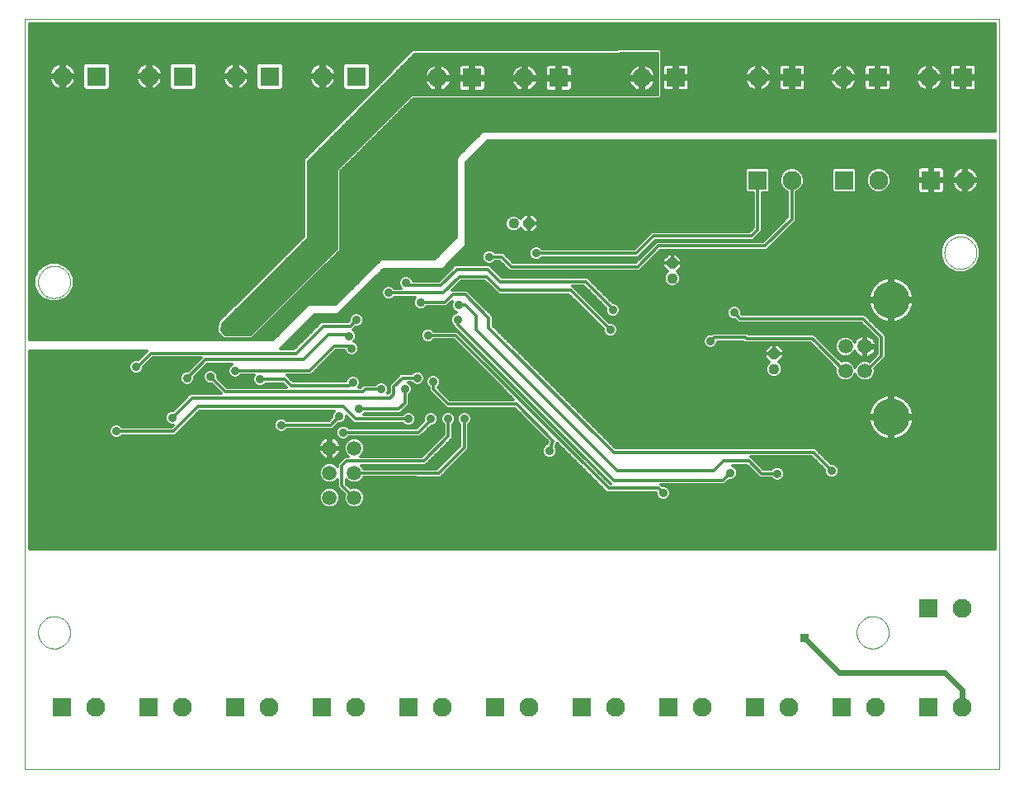
<source format=gbl>
G75*
G70*
%OFA0B0*%
%FSLAX24Y24*%
%IPPOS*%
%LPD*%
%AMOC8*
5,1,8,0,0,1.08239X$1,22.5*
%
%ADD10C,0.0039*%
%ADD11C,0.0000*%
%ADD12C,0.1502*%
%ADD13C,0.0594*%
%ADD14R,0.0768X0.0768*%
%ADD15C,0.0768*%
%ADD16OC8,0.0436*%
%ADD17C,0.0436*%
%ADD18C,0.0360*%
%ADD19C,0.0120*%
%ADD20C,0.0356*%
%ADD21C,0.0160*%
%ADD22C,0.0591*%
%ADD23R,0.0360X0.0360*%
%ADD24C,0.0240*%
D10*
X006386Y005283D02*
X045756Y005283D01*
X045756Y035598D01*
X006386Y035598D01*
X006386Y005283D01*
D11*
X006917Y010795D02*
X006919Y010845D01*
X006925Y010895D01*
X006935Y010945D01*
X006948Y010993D01*
X006965Y011041D01*
X006986Y011087D01*
X007010Y011131D01*
X007038Y011173D01*
X007069Y011213D01*
X007103Y011250D01*
X007140Y011285D01*
X007179Y011316D01*
X007220Y011345D01*
X007264Y011370D01*
X007310Y011392D01*
X007357Y011410D01*
X007405Y011424D01*
X007454Y011435D01*
X007504Y011442D01*
X007554Y011445D01*
X007605Y011444D01*
X007655Y011439D01*
X007705Y011430D01*
X007753Y011418D01*
X007801Y011401D01*
X007847Y011381D01*
X007892Y011358D01*
X007935Y011331D01*
X007975Y011301D01*
X008013Y011268D01*
X008048Y011232D01*
X008081Y011193D01*
X008110Y011152D01*
X008136Y011109D01*
X008159Y011064D01*
X008178Y011017D01*
X008193Y010969D01*
X008205Y010920D01*
X008213Y010870D01*
X008217Y010820D01*
X008217Y010770D01*
X008213Y010720D01*
X008205Y010670D01*
X008193Y010621D01*
X008178Y010573D01*
X008159Y010526D01*
X008136Y010481D01*
X008110Y010438D01*
X008081Y010397D01*
X008048Y010358D01*
X008013Y010322D01*
X007975Y010289D01*
X007935Y010259D01*
X007892Y010232D01*
X007847Y010209D01*
X007801Y010189D01*
X007753Y010172D01*
X007705Y010160D01*
X007655Y010151D01*
X007605Y010146D01*
X007554Y010145D01*
X007504Y010148D01*
X007454Y010155D01*
X007405Y010166D01*
X007357Y010180D01*
X007310Y010198D01*
X007264Y010220D01*
X007220Y010245D01*
X007179Y010274D01*
X007140Y010305D01*
X007103Y010340D01*
X007069Y010377D01*
X007038Y010417D01*
X007010Y010459D01*
X006986Y010503D01*
X006965Y010549D01*
X006948Y010597D01*
X006935Y010645D01*
X006925Y010695D01*
X006919Y010745D01*
X006917Y010795D01*
X006917Y024968D02*
X006919Y025018D01*
X006925Y025068D01*
X006935Y025118D01*
X006948Y025166D01*
X006965Y025214D01*
X006986Y025260D01*
X007010Y025304D01*
X007038Y025346D01*
X007069Y025386D01*
X007103Y025423D01*
X007140Y025458D01*
X007179Y025489D01*
X007220Y025518D01*
X007264Y025543D01*
X007310Y025565D01*
X007357Y025583D01*
X007405Y025597D01*
X007454Y025608D01*
X007504Y025615D01*
X007554Y025618D01*
X007605Y025617D01*
X007655Y025612D01*
X007705Y025603D01*
X007753Y025591D01*
X007801Y025574D01*
X007847Y025554D01*
X007892Y025531D01*
X007935Y025504D01*
X007975Y025474D01*
X008013Y025441D01*
X008048Y025405D01*
X008081Y025366D01*
X008110Y025325D01*
X008136Y025282D01*
X008159Y025237D01*
X008178Y025190D01*
X008193Y025142D01*
X008205Y025093D01*
X008213Y025043D01*
X008217Y024993D01*
X008217Y024943D01*
X008213Y024893D01*
X008205Y024843D01*
X008193Y024794D01*
X008178Y024746D01*
X008159Y024699D01*
X008136Y024654D01*
X008110Y024611D01*
X008081Y024570D01*
X008048Y024531D01*
X008013Y024495D01*
X007975Y024462D01*
X007935Y024432D01*
X007892Y024405D01*
X007847Y024382D01*
X007801Y024362D01*
X007753Y024345D01*
X007705Y024333D01*
X007655Y024324D01*
X007605Y024319D01*
X007554Y024318D01*
X007504Y024321D01*
X007454Y024328D01*
X007405Y024339D01*
X007357Y024353D01*
X007310Y024371D01*
X007264Y024393D01*
X007220Y024418D01*
X007179Y024447D01*
X007140Y024478D01*
X007103Y024513D01*
X007069Y024550D01*
X007038Y024590D01*
X007010Y024632D01*
X006986Y024676D01*
X006965Y024722D01*
X006948Y024770D01*
X006935Y024818D01*
X006925Y024868D01*
X006919Y024918D01*
X006917Y024968D01*
X039988Y010795D02*
X039990Y010845D01*
X039996Y010895D01*
X040006Y010945D01*
X040019Y010993D01*
X040036Y011041D01*
X040057Y011087D01*
X040081Y011131D01*
X040109Y011173D01*
X040140Y011213D01*
X040174Y011250D01*
X040211Y011285D01*
X040250Y011316D01*
X040291Y011345D01*
X040335Y011370D01*
X040381Y011392D01*
X040428Y011410D01*
X040476Y011424D01*
X040525Y011435D01*
X040575Y011442D01*
X040625Y011445D01*
X040676Y011444D01*
X040726Y011439D01*
X040776Y011430D01*
X040824Y011418D01*
X040872Y011401D01*
X040918Y011381D01*
X040963Y011358D01*
X041006Y011331D01*
X041046Y011301D01*
X041084Y011268D01*
X041119Y011232D01*
X041152Y011193D01*
X041181Y011152D01*
X041207Y011109D01*
X041230Y011064D01*
X041249Y011017D01*
X041264Y010969D01*
X041276Y010920D01*
X041284Y010870D01*
X041288Y010820D01*
X041288Y010770D01*
X041284Y010720D01*
X041276Y010670D01*
X041264Y010621D01*
X041249Y010573D01*
X041230Y010526D01*
X041207Y010481D01*
X041181Y010438D01*
X041152Y010397D01*
X041119Y010358D01*
X041084Y010322D01*
X041046Y010289D01*
X041006Y010259D01*
X040963Y010232D01*
X040918Y010209D01*
X040872Y010189D01*
X040824Y010172D01*
X040776Y010160D01*
X040726Y010151D01*
X040676Y010146D01*
X040625Y010145D01*
X040575Y010148D01*
X040525Y010155D01*
X040476Y010166D01*
X040428Y010180D01*
X040381Y010198D01*
X040335Y010220D01*
X040291Y010245D01*
X040250Y010274D01*
X040211Y010305D01*
X040174Y010340D01*
X040140Y010377D01*
X040109Y010417D01*
X040081Y010459D01*
X040057Y010503D01*
X040036Y010549D01*
X040019Y010597D01*
X040006Y010645D01*
X039996Y010695D01*
X039990Y010745D01*
X039988Y010795D01*
X043531Y026149D02*
X043533Y026199D01*
X043539Y026249D01*
X043549Y026299D01*
X043562Y026347D01*
X043579Y026395D01*
X043600Y026441D01*
X043624Y026485D01*
X043652Y026527D01*
X043683Y026567D01*
X043717Y026604D01*
X043754Y026639D01*
X043793Y026670D01*
X043834Y026699D01*
X043878Y026724D01*
X043924Y026746D01*
X043971Y026764D01*
X044019Y026778D01*
X044068Y026789D01*
X044118Y026796D01*
X044168Y026799D01*
X044219Y026798D01*
X044269Y026793D01*
X044319Y026784D01*
X044367Y026772D01*
X044415Y026755D01*
X044461Y026735D01*
X044506Y026712D01*
X044549Y026685D01*
X044589Y026655D01*
X044627Y026622D01*
X044662Y026586D01*
X044695Y026547D01*
X044724Y026506D01*
X044750Y026463D01*
X044773Y026418D01*
X044792Y026371D01*
X044807Y026323D01*
X044819Y026274D01*
X044827Y026224D01*
X044831Y026174D01*
X044831Y026124D01*
X044827Y026074D01*
X044819Y026024D01*
X044807Y025975D01*
X044792Y025927D01*
X044773Y025880D01*
X044750Y025835D01*
X044724Y025792D01*
X044695Y025751D01*
X044662Y025712D01*
X044627Y025676D01*
X044589Y025643D01*
X044549Y025613D01*
X044506Y025586D01*
X044461Y025563D01*
X044415Y025543D01*
X044367Y025526D01*
X044319Y025514D01*
X044269Y025505D01*
X044219Y025500D01*
X044168Y025499D01*
X044118Y025502D01*
X044068Y025509D01*
X044019Y025520D01*
X043971Y025534D01*
X043924Y025552D01*
X043878Y025574D01*
X043834Y025599D01*
X043793Y025628D01*
X043754Y025659D01*
X043717Y025694D01*
X043683Y025731D01*
X043652Y025771D01*
X043624Y025813D01*
X043600Y025857D01*
X043579Y025903D01*
X043562Y025951D01*
X043549Y025999D01*
X043539Y026049D01*
X043533Y026099D01*
X043531Y026149D01*
D12*
X041386Y024237D03*
X041386Y019497D03*
D13*
X040319Y021375D03*
X039532Y021375D03*
X039532Y022359D03*
X040319Y022359D03*
X019697Y018240D03*
X018697Y018240D03*
X018697Y017240D03*
X019697Y017240D03*
X019697Y016240D03*
X018697Y016240D03*
D14*
X018386Y007783D03*
X014886Y007783D03*
X011386Y007783D03*
X007886Y007783D03*
X021886Y007783D03*
X025386Y007783D03*
X028886Y007783D03*
X032386Y007783D03*
X035886Y007783D03*
X039386Y007783D03*
X042886Y007783D03*
X042886Y011783D03*
X042993Y029085D03*
X039493Y029085D03*
X035993Y029085D03*
X037387Y033235D03*
X040837Y033235D03*
X044287Y033235D03*
X032686Y033235D03*
X027936Y033235D03*
X024436Y033235D03*
X019786Y033285D03*
X016286Y033285D03*
X012786Y033285D03*
X009286Y033285D03*
D15*
X007908Y033285D03*
X011408Y033285D03*
X014908Y033285D03*
X018408Y033285D03*
X023058Y033235D03*
X026558Y033235D03*
X031308Y033235D03*
X036009Y033235D03*
X039459Y033235D03*
X042909Y033235D03*
X044371Y029085D03*
X040871Y029085D03*
X037371Y029085D03*
X044264Y011783D03*
X044264Y007783D03*
X040764Y007783D03*
X037264Y007783D03*
X033764Y007783D03*
X030264Y007783D03*
X026764Y007783D03*
X023264Y007783D03*
X019764Y007783D03*
X016264Y007783D03*
X012764Y007783D03*
X009264Y007783D03*
D16*
X032539Y025723D03*
X036656Y022059D03*
X026750Y027334D03*
D17*
X026135Y027334D03*
X032539Y025109D03*
X036656Y021444D03*
D18*
X035036Y023733D03*
X034086Y022583D03*
X030036Y023033D03*
X030136Y023833D03*
X027036Y026133D03*
X025136Y025983D03*
X023906Y024023D03*
X023866Y023433D03*
X022685Y022803D03*
X022370Y024141D03*
X021786Y024933D03*
X021086Y024533D03*
X019786Y023433D03*
X019486Y022783D03*
X019586Y022283D03*
X019636Y020894D03*
X020786Y020633D03*
X021736Y020633D03*
X022236Y021083D03*
X022886Y020933D03*
X022786Y019433D03*
X021886Y019433D03*
X023486Y019433D03*
X024136Y019433D03*
X027582Y018136D03*
X032173Y016425D03*
X034890Y017252D03*
X036780Y017212D03*
X038985Y017330D03*
X019886Y019833D03*
X019086Y019533D03*
X019236Y018883D03*
X016736Y019183D03*
X015886Y021033D03*
X014886Y021383D03*
X013886Y021133D03*
X012936Y021083D03*
X012336Y019483D03*
X010086Y018933D03*
X010886Y021533D03*
D19*
X010936Y021533D01*
X011486Y022083D01*
X017336Y022083D01*
X018436Y023183D01*
X019536Y023183D01*
X019786Y023433D01*
X019579Y023651D02*
X019045Y023651D01*
X019024Y023630D02*
X020874Y025480D01*
X023276Y025480D01*
X024221Y026425D01*
X024221Y029811D01*
X025087Y030677D01*
X045576Y030677D01*
X045576Y014181D01*
X006566Y014181D01*
X006566Y022173D01*
X011321Y022173D01*
X011306Y022158D01*
X010971Y021823D01*
X010946Y021833D01*
X010826Y021833D01*
X010716Y021787D01*
X010632Y021703D01*
X010586Y021593D01*
X010586Y021473D01*
X010632Y021363D01*
X010716Y021279D01*
X010826Y021233D01*
X010946Y021233D01*
X011056Y021279D01*
X011140Y021363D01*
X011186Y021473D01*
X011186Y021529D01*
X011561Y021903D01*
X013502Y021903D01*
X012982Y021383D01*
X012876Y021383D01*
X012766Y021337D01*
X012682Y021253D01*
X012636Y021143D01*
X012636Y021023D01*
X012682Y020913D01*
X012766Y020829D01*
X012876Y020783D01*
X012996Y020783D01*
X013106Y020829D01*
X013190Y020913D01*
X013236Y021023D01*
X013236Y021129D01*
X013761Y021653D01*
X014754Y021653D01*
X014716Y021637D01*
X014632Y021553D01*
X014586Y021443D01*
X014586Y021323D01*
X014632Y021213D01*
X014716Y021129D01*
X014826Y021083D01*
X014946Y021083D01*
X015056Y021129D01*
X015130Y021203D01*
X015632Y021203D01*
X015632Y021203D01*
X015586Y021093D01*
X015586Y020973D01*
X015632Y020863D01*
X015716Y020779D01*
X015826Y020733D01*
X015946Y020733D01*
X016056Y020779D01*
X016130Y020853D01*
X016812Y020853D01*
X016952Y020713D01*
X014561Y020713D01*
X014186Y021088D01*
X014186Y021193D01*
X014140Y021303D01*
X014056Y021387D01*
X013946Y021433D01*
X013826Y021433D01*
X013716Y021387D01*
X013632Y021303D01*
X013586Y021193D01*
X013586Y021073D01*
X013632Y020963D01*
X013716Y020879D01*
X013826Y020833D01*
X013932Y020833D01*
X014302Y020463D01*
X013062Y020463D01*
X012382Y019783D01*
X012276Y019783D01*
X012166Y019737D01*
X012082Y019653D01*
X012036Y019543D01*
X012036Y019423D01*
X012082Y019313D01*
X012166Y019229D01*
X012276Y019183D01*
X012382Y019183D01*
X012312Y019113D01*
X010330Y019113D01*
X010256Y019187D01*
X010146Y019233D01*
X010026Y019233D01*
X009916Y019187D01*
X009832Y019103D01*
X009786Y018993D01*
X009786Y018873D01*
X009832Y018763D01*
X009916Y018679D01*
X010026Y018633D01*
X010146Y018633D01*
X010256Y018679D01*
X010330Y018753D01*
X012461Y018753D01*
X013461Y019753D01*
X018882Y019753D01*
X018832Y019703D01*
X018786Y019593D01*
X018786Y019488D01*
X018662Y019363D01*
X016980Y019363D01*
X016906Y019437D01*
X016796Y019483D01*
X016676Y019483D01*
X016566Y019437D01*
X016482Y019353D01*
X016436Y019243D01*
X016436Y019123D01*
X016482Y019013D01*
X016566Y018929D01*
X016676Y018883D01*
X016796Y018883D01*
X016906Y018929D01*
X016980Y019003D01*
X018811Y019003D01*
X019041Y019233D01*
X019146Y019233D01*
X019256Y019279D01*
X019340Y019363D01*
X019386Y019473D01*
X019386Y019529D01*
X019662Y019253D01*
X021642Y019253D01*
X021716Y019179D01*
X021826Y019133D01*
X021946Y019133D01*
X022056Y019179D01*
X022140Y019263D01*
X022186Y019373D01*
X022186Y019493D01*
X022140Y019603D01*
X022056Y019687D01*
X021946Y019733D01*
X021826Y019733D01*
X021716Y019687D01*
X021642Y019613D01*
X020090Y019613D01*
X020130Y019653D01*
X021561Y019653D01*
X021666Y019759D01*
X021916Y020009D01*
X021916Y020389D01*
X021990Y020463D01*
X022036Y020573D01*
X022036Y020693D01*
X021990Y020803D01*
X021906Y020887D01*
X021868Y020903D01*
X021992Y020903D01*
X022066Y020829D01*
X022176Y020783D01*
X022296Y020783D01*
X022406Y020829D01*
X022490Y020913D01*
X022536Y021023D01*
X022536Y021143D01*
X022490Y021253D01*
X022406Y021337D01*
X022296Y021383D01*
X022176Y021383D01*
X022066Y021337D01*
X021992Y021263D01*
X021562Y021263D01*
X021212Y020913D01*
X021106Y020808D01*
X021106Y020508D01*
X021062Y020463D01*
X021040Y020463D01*
X021040Y020463D01*
X021086Y020573D01*
X021086Y020693D01*
X021040Y020803D01*
X020956Y020887D01*
X020846Y020933D01*
X020726Y020933D01*
X020616Y020887D01*
X020542Y020813D01*
X020062Y020813D01*
X019962Y020713D01*
X019880Y020713D01*
X019890Y020724D01*
X019936Y020834D01*
X019936Y020953D01*
X019890Y021064D01*
X019806Y021148D01*
X019696Y021194D01*
X019576Y021194D01*
X019466Y021148D01*
X019382Y021064D01*
X019340Y020963D01*
X017211Y020963D01*
X016971Y021203D01*
X017961Y021203D01*
X018066Y021309D01*
X018961Y022203D01*
X019295Y022203D01*
X019332Y022113D01*
X019416Y022029D01*
X019526Y021983D01*
X019646Y021983D01*
X019756Y022029D01*
X019840Y022113D01*
X019886Y022223D01*
X019886Y022343D01*
X019840Y022453D01*
X019756Y022537D01*
X019691Y022564D01*
X019740Y022613D01*
X019786Y022723D01*
X019786Y022843D01*
X019740Y022953D01*
X019656Y023037D01*
X019648Y023041D01*
X019741Y023133D01*
X019846Y023133D01*
X019956Y023179D01*
X020040Y023263D01*
X020086Y023373D01*
X020086Y023493D01*
X020040Y023603D01*
X019956Y023687D01*
X019846Y023733D01*
X019726Y023733D01*
X019616Y023687D01*
X019532Y023603D01*
X019486Y023493D01*
X019486Y023388D01*
X019462Y023363D01*
X018362Y023363D01*
X018256Y023258D01*
X017262Y022263D01*
X016713Y022263D01*
X018079Y023630D01*
X019024Y023630D01*
X019163Y023769D02*
X023736Y023769D01*
X023823Y023733D01*
X023807Y023733D01*
X023696Y023687D01*
X023612Y023603D01*
X023566Y023492D01*
X023566Y023373D01*
X023612Y023263D01*
X023686Y023188D01*
X023686Y023161D01*
X029986Y016862D01*
X030046Y016802D01*
X030043Y016802D01*
X023862Y022983D01*
X022930Y022983D01*
X022855Y023057D01*
X022745Y023103D01*
X022626Y023103D01*
X022515Y023057D01*
X022431Y022973D01*
X022385Y022862D01*
X022385Y022743D01*
X022431Y022633D01*
X022515Y022548D01*
X022626Y022503D01*
X022745Y022503D01*
X022855Y022548D01*
X022930Y022623D01*
X023713Y022623D01*
X026123Y020213D01*
X023561Y020213D01*
X023075Y020698D01*
X023140Y020763D01*
X023186Y020873D01*
X023186Y020993D01*
X023140Y021103D01*
X023056Y021187D01*
X022946Y021233D01*
X022826Y021233D01*
X022716Y021187D01*
X022632Y021103D01*
X022586Y020993D01*
X022586Y020873D01*
X022632Y020763D01*
X022706Y020689D01*
X022706Y020559D01*
X023306Y019959D01*
X023412Y019853D01*
X026168Y019853D01*
X027518Y018503D01*
X027490Y018423D01*
X027412Y018391D01*
X027327Y018306D01*
X027282Y018196D01*
X027282Y018077D01*
X027327Y017966D01*
X027412Y017882D01*
X027522Y017836D01*
X027641Y017836D01*
X027752Y017882D01*
X027836Y017966D01*
X027882Y018077D01*
X027882Y018196D01*
X027836Y018306D01*
X027832Y018310D01*
X027881Y018453D01*
X027882Y018454D01*
X029789Y016547D01*
X029894Y016442D01*
X031873Y016442D01*
X031873Y016365D01*
X031919Y016255D01*
X032004Y016170D01*
X032114Y016125D01*
X032233Y016125D01*
X032343Y016170D01*
X032428Y016255D01*
X032473Y016365D01*
X032473Y016484D01*
X032428Y016595D01*
X032343Y016679D01*
X032233Y016725D01*
X032128Y016725D01*
X032096Y016757D01*
X034650Y016757D01*
X034845Y016952D01*
X034950Y016952D01*
X035060Y016997D01*
X035144Y017082D01*
X035190Y017192D01*
X035190Y017311D01*
X035144Y017422D01*
X035060Y017506D01*
X034968Y017544D01*
X035563Y017544D01*
X035970Y017138D01*
X035970Y017138D01*
X036075Y017032D01*
X036536Y017032D01*
X036610Y016958D01*
X036720Y016912D01*
X036839Y016912D01*
X036950Y016958D01*
X037034Y017042D01*
X037080Y017153D01*
X037080Y017272D01*
X037034Y017382D01*
X036950Y017467D01*
X036839Y017512D01*
X036720Y017512D01*
X036610Y017467D01*
X036536Y017392D01*
X036224Y017392D01*
X035718Y017898D01*
X038162Y017898D01*
X038685Y017376D01*
X038685Y017271D01*
X038730Y017160D01*
X038815Y017076D01*
X038925Y017030D01*
X039044Y017030D01*
X039154Y017076D01*
X039239Y017160D01*
X039285Y017271D01*
X039285Y017390D01*
X039239Y017500D01*
X039154Y017585D01*
X039044Y017630D01*
X038939Y017630D01*
X038311Y018258D01*
X030240Y018258D01*
X025306Y023192D01*
X025306Y023586D01*
X025201Y023691D01*
X024256Y024636D01*
X023644Y024636D01*
X024011Y025003D01*
X024962Y025003D01*
X025406Y024559D01*
X025512Y024453D01*
X028362Y024453D01*
X029736Y023079D01*
X029736Y022973D01*
X029782Y022863D01*
X029866Y022779D01*
X029976Y022733D01*
X030096Y022733D01*
X030206Y022779D01*
X030290Y022863D01*
X030336Y022973D01*
X030336Y023093D01*
X030290Y023203D01*
X030206Y023287D01*
X030096Y023333D01*
X029991Y023333D01*
X028521Y024803D01*
X028962Y024803D01*
X029847Y023918D01*
X029836Y023893D01*
X029836Y023773D01*
X029882Y023663D01*
X029966Y023579D01*
X030076Y023533D01*
X030196Y023533D01*
X030306Y023579D01*
X030390Y023663D01*
X030436Y023773D01*
X030436Y023893D01*
X030390Y024003D01*
X030306Y024087D01*
X030196Y024133D01*
X030141Y024133D01*
X029216Y025058D01*
X029111Y025163D01*
X025661Y025163D01*
X025266Y025558D01*
X025161Y025663D01*
X023762Y025663D01*
X023112Y025013D01*
X022078Y025013D01*
X022040Y025103D01*
X021956Y025187D01*
X021846Y025233D01*
X021726Y025233D01*
X021616Y025187D01*
X021532Y025103D01*
X021486Y024993D01*
X021486Y024873D01*
X021532Y024763D01*
X021582Y024713D01*
X021330Y024713D01*
X021256Y024787D01*
X021146Y024833D01*
X021026Y024833D01*
X020916Y024787D01*
X020832Y024703D01*
X020786Y024593D01*
X020786Y024473D01*
X020832Y024363D01*
X020916Y024279D01*
X021026Y024233D01*
X021146Y024233D01*
X021256Y024279D01*
X021330Y024353D01*
X022158Y024353D01*
X022116Y024311D01*
X022070Y024201D01*
X022070Y024082D01*
X022116Y023971D01*
X022200Y023887D01*
X022311Y023841D01*
X022430Y023841D01*
X022540Y023887D01*
X022615Y023961D01*
X023429Y023961D01*
X023645Y024177D01*
X023606Y024083D01*
X023606Y023964D01*
X023651Y023853D01*
X023736Y023769D01*
X023660Y023651D02*
X019993Y023651D01*
X020070Y023532D02*
X023583Y023532D01*
X023566Y023414D02*
X020086Y023414D01*
X020054Y023295D02*
X023599Y023295D01*
X023686Y023177D02*
X019951Y023177D01*
X019666Y023058D02*
X022518Y023058D01*
X022417Y022940D02*
X019746Y022940D01*
X019786Y022821D02*
X022385Y022821D01*
X022402Y022703D02*
X019777Y022703D01*
X019711Y022584D02*
X022480Y022584D01*
X022685Y022803D02*
X023788Y022803D01*
X029969Y016622D01*
X031977Y016622D01*
X032173Y016425D01*
X031873Y016422D02*
X020073Y016422D01*
X020050Y016476D02*
X019933Y016593D01*
X019780Y016657D01*
X019614Y016657D01*
X019546Y016628D01*
X019366Y016808D01*
X019366Y016981D01*
X019461Y016886D01*
X019614Y016823D01*
X019780Y016823D01*
X019933Y016886D01*
X020050Y017004D01*
X020074Y017060D01*
X021992Y017060D01*
X022461Y017054D01*
X022462Y017053D01*
X022535Y017053D01*
X022608Y017052D01*
X022609Y017053D01*
X023174Y017053D01*
X024211Y018089D01*
X024316Y018195D01*
X024316Y019189D01*
X024390Y019263D01*
X024436Y019373D01*
X024436Y019493D01*
X024390Y019603D01*
X024306Y019687D01*
X024196Y019733D01*
X024076Y019733D01*
X023966Y019687D01*
X023882Y019603D01*
X023836Y019493D01*
X023836Y019373D01*
X023882Y019263D01*
X023956Y019189D01*
X023956Y018344D01*
X023025Y017413D01*
X022537Y017413D01*
X022068Y017419D01*
X022067Y017420D01*
X021994Y017420D01*
X021920Y017421D01*
X021920Y017420D01*
X020074Y017420D01*
X020050Y017476D01*
X019973Y017553D01*
X022572Y017553D01*
X023666Y018647D01*
X023666Y019189D01*
X023740Y019263D01*
X023786Y019373D01*
X023786Y019493D01*
X023740Y019603D01*
X023656Y019687D01*
X023546Y019733D01*
X023426Y019733D01*
X023316Y019687D01*
X023232Y019603D01*
X023186Y019493D01*
X023186Y019373D01*
X023232Y019263D01*
X023306Y019189D01*
X023306Y018796D01*
X022423Y017913D01*
X019960Y017913D01*
X020050Y018004D01*
X020114Y018157D01*
X020114Y018323D01*
X020050Y018476D01*
X019933Y018593D01*
X019780Y018657D01*
X019614Y018657D01*
X019461Y018593D01*
X019344Y018476D01*
X019280Y018323D01*
X019280Y018157D01*
X019344Y018004D01*
X019434Y017913D01*
X019312Y017913D01*
X019206Y017808D01*
X019006Y017608D01*
X019006Y017520D01*
X018933Y017593D01*
X018780Y017657D01*
X018614Y017657D01*
X018461Y017593D01*
X018344Y017476D01*
X018280Y017323D01*
X018280Y017157D01*
X018344Y017004D01*
X018461Y016886D01*
X018614Y016823D01*
X018780Y016823D01*
X018933Y016886D01*
X019006Y016959D01*
X019006Y016659D01*
X006566Y016659D01*
X006566Y016541D02*
X018408Y016541D01*
X018461Y016593D02*
X018344Y016476D01*
X018280Y016323D01*
X018280Y016157D01*
X018344Y016004D01*
X018461Y015886D01*
X018614Y015823D01*
X018780Y015823D01*
X018933Y015886D01*
X019050Y016004D01*
X019114Y016157D01*
X019114Y016323D01*
X019050Y016476D01*
X018933Y016593D01*
X018780Y016657D01*
X018614Y016657D01*
X018461Y016593D01*
X018321Y016422D02*
X006566Y016422D01*
X006566Y016304D02*
X018280Y016304D01*
X018280Y016185D02*
X006566Y016185D01*
X006566Y016067D02*
X018318Y016067D01*
X018399Y015948D02*
X006566Y015948D01*
X006566Y015830D02*
X018598Y015830D01*
X018796Y015830D02*
X019598Y015830D01*
X019614Y015823D02*
X019780Y015823D01*
X019933Y015886D01*
X020050Y016004D01*
X020114Y016157D01*
X020114Y016323D01*
X020050Y016476D01*
X019986Y016541D02*
X029795Y016541D01*
X029677Y016659D02*
X019515Y016659D01*
X019396Y016778D02*
X029558Y016778D01*
X029440Y016896D02*
X019943Y016896D01*
X020055Y017015D02*
X029321Y017015D01*
X029203Y017133D02*
X023254Y017133D01*
X023373Y017252D02*
X029084Y017252D01*
X028966Y017370D02*
X023491Y017370D01*
X023610Y017489D02*
X028847Y017489D01*
X028729Y017607D02*
X023728Y017607D01*
X023847Y017726D02*
X028610Y017726D01*
X028492Y017844D02*
X027660Y017844D01*
X027503Y017844D02*
X023965Y017844D01*
X024084Y017963D02*
X027331Y017963D01*
X027282Y018081D02*
X024202Y018081D01*
X024316Y018200D02*
X027283Y018200D01*
X027339Y018318D02*
X024316Y018318D01*
X024316Y018437D02*
X027495Y018437D01*
X027466Y018555D02*
X024316Y018555D01*
X024316Y018674D02*
X027347Y018674D01*
X027229Y018792D02*
X024316Y018792D01*
X024316Y018911D02*
X027110Y018911D01*
X026992Y019029D02*
X024316Y019029D01*
X024316Y019148D02*
X026873Y019148D01*
X026755Y019266D02*
X024392Y019266D01*
X024436Y019385D02*
X026636Y019385D01*
X026518Y019503D02*
X024432Y019503D01*
X024372Y019622D02*
X026399Y019622D01*
X026281Y019740D02*
X021648Y019740D01*
X021650Y019622D02*
X020099Y019622D01*
X019886Y019833D02*
X021486Y019833D01*
X021736Y020083D01*
X021736Y020633D01*
X021978Y020451D02*
X022813Y020451D01*
X022706Y020570D02*
X022035Y020570D01*
X022036Y020688D02*
X022706Y020688D01*
X022614Y020807D02*
X022353Y020807D01*
X022495Y020925D02*
X022586Y020925D01*
X022607Y021044D02*
X022536Y021044D01*
X022528Y021162D02*
X022691Y021162D01*
X022463Y021281D02*
X025055Y021281D01*
X024937Y021399D02*
X018157Y021399D01*
X018066Y021309D02*
X018066Y021309D01*
X018038Y021281D02*
X022009Y021281D01*
X022236Y021083D02*
X021636Y021083D01*
X021286Y020733D01*
X021286Y020433D01*
X021136Y020283D01*
X013136Y020283D01*
X012336Y019483D01*
X012129Y019266D02*
X006566Y019266D01*
X006566Y019148D02*
X009876Y019148D01*
X009801Y019029D02*
X006566Y019029D01*
X006566Y018911D02*
X009786Y018911D01*
X009820Y018792D02*
X006566Y018792D01*
X006566Y018674D02*
X009929Y018674D01*
X010086Y018933D02*
X012386Y018933D01*
X013386Y019933D01*
X019236Y019933D01*
X019736Y019433D01*
X021886Y019433D01*
X021791Y019148D02*
X019381Y019148D01*
X019406Y019137D02*
X019296Y019183D01*
X019176Y019183D01*
X019066Y019137D01*
X018982Y019053D01*
X018936Y018943D01*
X018936Y018823D01*
X018982Y018713D01*
X019066Y018629D01*
X019176Y018583D01*
X019296Y018583D01*
X019406Y018629D01*
X019480Y018703D01*
X022361Y018703D01*
X022466Y018809D01*
X022775Y019117D01*
X022794Y019121D01*
X022802Y019133D01*
X022846Y019133D01*
X022956Y019179D01*
X023040Y019263D01*
X023086Y019373D01*
X023086Y019493D01*
X023040Y019603D01*
X022956Y019687D01*
X022846Y019733D01*
X022726Y019733D01*
X022616Y019687D01*
X022532Y019603D01*
X022486Y019493D01*
X022486Y019373D01*
X022497Y019348D01*
X022212Y019063D01*
X019480Y019063D01*
X019406Y019137D01*
X019226Y019266D02*
X019649Y019266D01*
X019530Y019385D02*
X019349Y019385D01*
X019386Y019503D02*
X019411Y019503D01*
X019086Y019533D02*
X018736Y019183D01*
X016736Y019183D01*
X016610Y018911D02*
X012618Y018911D01*
X012737Y019029D02*
X016475Y019029D01*
X016436Y019148D02*
X012855Y019148D01*
X012974Y019266D02*
X016446Y019266D01*
X016513Y019385D02*
X013092Y019385D01*
X013211Y019503D02*
X018786Y019503D01*
X018798Y019622D02*
X013329Y019622D01*
X013448Y019740D02*
X018869Y019740D01*
X018683Y019385D02*
X016959Y019385D01*
X016862Y018911D02*
X018936Y018911D01*
X018949Y018792D02*
X012500Y018792D01*
X012346Y019148D02*
X010296Y019148D01*
X010244Y018674D02*
X018554Y018674D01*
X018522Y018663D02*
X018458Y018630D01*
X018399Y018588D01*
X018349Y018537D01*
X018306Y018479D01*
X018274Y018415D01*
X018252Y018347D01*
X018241Y018278D01*
X018659Y018278D01*
X018659Y018696D01*
X018590Y018685D01*
X018522Y018663D01*
X018659Y018674D02*
X018736Y018674D01*
X018736Y018696D02*
X018804Y018685D01*
X018872Y018663D01*
X018937Y018630D01*
X018995Y018588D01*
X019046Y018537D01*
X019088Y018479D01*
X019120Y018415D01*
X019143Y018347D01*
X019154Y018278D01*
X018736Y018278D01*
X018736Y018201D01*
X019154Y018201D01*
X019143Y018133D01*
X019120Y018064D01*
X019088Y018000D01*
X019046Y017942D01*
X018995Y017891D01*
X018937Y017849D01*
X018872Y017816D01*
X018804Y017794D01*
X018736Y017783D01*
X018736Y018201D01*
X018659Y018201D01*
X018659Y017783D01*
X018590Y017794D01*
X018522Y017816D01*
X018458Y017849D01*
X018399Y017891D01*
X018349Y017942D01*
X018306Y018000D01*
X018274Y018064D01*
X018252Y018133D01*
X018241Y018201D01*
X018659Y018201D01*
X018659Y018278D01*
X018736Y018278D01*
X018736Y018696D01*
X018840Y018674D02*
X019021Y018674D01*
X019028Y018555D02*
X019423Y018555D01*
X019451Y018674D02*
X023183Y018674D01*
X023065Y018555D02*
X019971Y018555D01*
X020067Y018437D02*
X022946Y018437D01*
X022828Y018318D02*
X020114Y018318D01*
X020114Y018200D02*
X022709Y018200D01*
X022591Y018081D02*
X020083Y018081D01*
X020009Y017963D02*
X022472Y017963D01*
X022498Y017733D02*
X023486Y018722D01*
X023486Y019433D01*
X023250Y019622D02*
X023022Y019622D01*
X023082Y019503D02*
X023190Y019503D01*
X023186Y019385D02*
X023086Y019385D01*
X023042Y019266D02*
X023231Y019266D01*
X023306Y019148D02*
X022881Y019148D01*
X022687Y019029D02*
X023306Y019029D01*
X023306Y018911D02*
X022568Y018911D01*
X022466Y018809D02*
X022466Y018809D01*
X022450Y018792D02*
X023302Y018792D01*
X023574Y018555D02*
X023956Y018555D01*
X023956Y018437D02*
X023456Y018437D01*
X023337Y018318D02*
X023930Y018318D01*
X023812Y018200D02*
X023219Y018200D01*
X023100Y018081D02*
X023693Y018081D01*
X023575Y017963D02*
X022982Y017963D01*
X022863Y017844D02*
X023456Y017844D01*
X023338Y017726D02*
X022745Y017726D01*
X022626Y017607D02*
X023219Y017607D01*
X023101Y017489D02*
X020038Y017489D01*
X019697Y017240D02*
X021993Y017240D01*
X022536Y017233D01*
X023100Y017233D01*
X024136Y018269D01*
X024136Y019433D01*
X023900Y019622D02*
X023722Y019622D01*
X023782Y019503D02*
X023840Y019503D01*
X023836Y019385D02*
X023786Y019385D01*
X023742Y019266D02*
X023881Y019266D01*
X023956Y019148D02*
X023666Y019148D01*
X023666Y019029D02*
X023956Y019029D01*
X023956Y018911D02*
X023666Y018911D01*
X023666Y018792D02*
X023956Y018792D01*
X023956Y018674D02*
X023666Y018674D01*
X022686Y019283D02*
X022286Y018883D01*
X019236Y018883D01*
X019091Y019148D02*
X018955Y019148D01*
X018972Y019029D02*
X018837Y019029D01*
X018736Y018555D02*
X018659Y018555D01*
X018659Y018437D02*
X018736Y018437D01*
X018736Y018318D02*
X018659Y018318D01*
X018659Y018200D02*
X018736Y018200D01*
X018736Y018081D02*
X018659Y018081D01*
X018659Y017963D02*
X018736Y017963D01*
X018736Y017844D02*
X018659Y017844D01*
X018467Y017844D02*
X006566Y017844D01*
X006566Y017726D02*
X019124Y017726D01*
X019243Y017844D02*
X018927Y017844D01*
X019060Y017963D02*
X019385Y017963D01*
X019312Y018081D02*
X019126Y018081D01*
X019153Y018200D02*
X019280Y018200D01*
X019280Y018318D02*
X019147Y018318D01*
X019110Y018437D02*
X019327Y018437D01*
X019386Y017733D02*
X022498Y017733D01*
X022296Y019148D02*
X021981Y019148D01*
X022142Y019266D02*
X022415Y019266D01*
X022486Y019385D02*
X022186Y019385D01*
X022182Y019503D02*
X022490Y019503D01*
X022550Y019622D02*
X022122Y019622D01*
X021885Y019977D02*
X023287Y019977D01*
X023169Y020096D02*
X021916Y020096D01*
X021916Y020214D02*
X023050Y020214D01*
X022932Y020333D02*
X021916Y020333D01*
X021766Y019859D02*
X023406Y019859D01*
X023486Y020033D02*
X026242Y020033D01*
X027725Y018551D01*
X027582Y018136D01*
X027832Y017963D02*
X028373Y017963D01*
X028255Y018081D02*
X027882Y018081D01*
X027880Y018200D02*
X028136Y018200D01*
X028018Y018318D02*
X027835Y018318D01*
X027876Y018437D02*
X027899Y018437D01*
X028171Y018674D02*
X028174Y018674D01*
X028290Y018555D02*
X028293Y018555D01*
X028408Y018437D02*
X028411Y018437D01*
X028527Y018318D02*
X028530Y018318D01*
X028645Y018200D02*
X028648Y018200D01*
X028764Y018081D02*
X028767Y018081D01*
X028882Y017963D02*
X028885Y017963D01*
X029001Y017844D02*
X029004Y017844D01*
X029119Y017726D02*
X029122Y017726D01*
X029238Y017607D02*
X029241Y017607D01*
X029356Y017489D02*
X029359Y017489D01*
X029475Y017370D02*
X029478Y017370D01*
X029593Y017252D02*
X029596Y017252D01*
X029712Y017133D02*
X029715Y017133D01*
X029830Y017015D02*
X029833Y017015D01*
X029949Y016896D02*
X029952Y016896D01*
X030166Y016937D02*
X034575Y016937D01*
X034890Y017252D01*
X035166Y017370D02*
X035737Y017370D01*
X035619Y017489D02*
X035077Y017489D01*
X035190Y017252D02*
X035856Y017252D01*
X035974Y017133D02*
X035166Y017133D01*
X035077Y017015D02*
X036553Y017015D01*
X036780Y017212D02*
X036150Y017212D01*
X035638Y017724D01*
X034614Y017724D01*
X034221Y017330D01*
X030323Y017330D01*
X024614Y023039D01*
X024614Y023590D01*
X024181Y024023D01*
X023906Y024023D01*
X023623Y024125D02*
X023592Y024125D01*
X023606Y024006D02*
X023474Y024006D01*
X023355Y024141D02*
X023670Y024456D01*
X024181Y024456D01*
X025126Y023511D01*
X025126Y023118D01*
X030166Y018078D01*
X038236Y018078D01*
X038985Y017330D01*
X039100Y017607D02*
X045576Y017607D01*
X045576Y017489D02*
X039244Y017489D01*
X039285Y017370D02*
X045576Y017370D01*
X045576Y017252D02*
X039277Y017252D01*
X039212Y017133D02*
X045576Y017133D01*
X045576Y017015D02*
X037006Y017015D01*
X037072Y017133D02*
X038757Y017133D01*
X038692Y017252D02*
X037080Y017252D01*
X037039Y017370D02*
X038685Y017370D01*
X038572Y017489D02*
X036896Y017489D01*
X036663Y017489D02*
X036128Y017489D01*
X036010Y017607D02*
X038453Y017607D01*
X038335Y017726D02*
X035891Y017726D01*
X035773Y017844D02*
X038216Y017844D01*
X038488Y018081D02*
X045576Y018081D01*
X045576Y017963D02*
X038607Y017963D01*
X038725Y017844D02*
X045576Y017844D01*
X045576Y017726D02*
X038844Y017726D01*
X038370Y018200D02*
X045576Y018200D01*
X045576Y018318D02*
X030180Y018318D01*
X030062Y018437D02*
X045576Y018437D01*
X045576Y018555D02*
X029943Y018555D01*
X029825Y018674D02*
X040992Y018674D01*
X040982Y018678D02*
X041093Y018632D01*
X041208Y018601D01*
X041326Y018586D01*
X041326Y019437D01*
X040475Y019437D01*
X040490Y019319D01*
X040521Y019203D01*
X040567Y019093D01*
X040627Y018989D01*
X040700Y018895D01*
X040784Y018810D01*
X040879Y018737D01*
X040982Y018678D01*
X040808Y018792D02*
X029706Y018792D01*
X029588Y018911D02*
X040687Y018911D01*
X040604Y019029D02*
X029469Y019029D01*
X029351Y019148D02*
X040544Y019148D01*
X040505Y019266D02*
X029232Y019266D01*
X029114Y019385D02*
X040482Y019385D01*
X040475Y019557D02*
X041326Y019557D01*
X041326Y020408D01*
X041208Y020392D01*
X041093Y020361D01*
X040982Y020316D01*
X040879Y020256D01*
X040784Y020183D01*
X040700Y020099D01*
X040627Y020004D01*
X040567Y019901D01*
X040521Y019790D01*
X040490Y019675D01*
X040475Y019557D01*
X040483Y019622D02*
X028877Y019622D01*
X028758Y019740D02*
X040508Y019740D01*
X040550Y019859D02*
X028640Y019859D01*
X028521Y019977D02*
X040611Y019977D01*
X040697Y020096D02*
X028403Y020096D01*
X028284Y020214D02*
X040824Y020214D01*
X041023Y020333D02*
X028166Y020333D01*
X028047Y020451D02*
X045576Y020451D01*
X045576Y020333D02*
X041749Y020333D01*
X041790Y020316D02*
X041680Y020361D01*
X041564Y020392D01*
X041446Y020408D01*
X041446Y019557D01*
X041326Y019557D01*
X041326Y019437D01*
X041446Y019437D01*
X041446Y019557D01*
X042297Y019557D01*
X042282Y019675D01*
X042251Y019790D01*
X042205Y019901D01*
X042145Y020004D01*
X042073Y020099D01*
X041988Y020183D01*
X041893Y020256D01*
X041790Y020316D01*
X041948Y020214D02*
X045576Y020214D01*
X045576Y020096D02*
X042075Y020096D01*
X042161Y019977D02*
X045576Y019977D01*
X045576Y019859D02*
X042222Y019859D01*
X042264Y019740D02*
X045576Y019740D01*
X045576Y019622D02*
X042289Y019622D01*
X042297Y019437D02*
X041446Y019437D01*
X041446Y018586D01*
X041564Y018601D01*
X041680Y018632D01*
X041790Y018678D01*
X041893Y018737D01*
X041988Y018810D01*
X042073Y018895D01*
X042145Y018989D01*
X042205Y019093D01*
X042251Y019203D01*
X042282Y019319D01*
X042297Y019437D01*
X042290Y019385D02*
X045576Y019385D01*
X045576Y019503D02*
X041446Y019503D01*
X041446Y019385D02*
X041326Y019385D01*
X041326Y019503D02*
X028995Y019503D01*
X028056Y018792D02*
X028053Y018792D01*
X027937Y018911D02*
X027934Y018911D01*
X027819Y019029D02*
X027816Y019029D01*
X027700Y019148D02*
X027697Y019148D01*
X027582Y019266D02*
X027579Y019266D01*
X027463Y019385D02*
X027460Y019385D01*
X027345Y019503D02*
X027342Y019503D01*
X027226Y019622D02*
X027223Y019622D01*
X027108Y019740D02*
X027105Y019740D01*
X026989Y019859D02*
X026986Y019859D01*
X026871Y019977D02*
X026868Y019977D01*
X026752Y020096D02*
X026749Y020096D01*
X026634Y020214D02*
X026631Y020214D01*
X026515Y020333D02*
X026512Y020333D01*
X026397Y020451D02*
X026394Y020451D01*
X026278Y020570D02*
X026275Y020570D01*
X026160Y020688D02*
X026157Y020688D01*
X026041Y020807D02*
X026038Y020807D01*
X025923Y020925D02*
X025920Y020925D01*
X025804Y021044D02*
X025801Y021044D01*
X025686Y021162D02*
X025683Y021162D01*
X025567Y021281D02*
X025564Y021281D01*
X025449Y021399D02*
X025446Y021399D01*
X025330Y021518D02*
X025327Y021518D01*
X025212Y021636D02*
X025209Y021636D01*
X025093Y021755D02*
X025090Y021755D01*
X024975Y021873D02*
X024972Y021873D01*
X024856Y021992D02*
X024853Y021992D01*
X024738Y022110D02*
X024735Y022110D01*
X024619Y022229D02*
X024616Y022229D01*
X024501Y022347D02*
X024498Y022347D01*
X024382Y022466D02*
X024379Y022466D01*
X024264Y022584D02*
X024261Y022584D01*
X024145Y022703D02*
X024142Y022703D01*
X024027Y022821D02*
X024024Y022821D01*
X023908Y022940D02*
X023905Y022940D01*
X023790Y023058D02*
X022853Y023058D01*
X022891Y022584D02*
X023752Y022584D01*
X023870Y022466D02*
X019828Y022466D01*
X019884Y022347D02*
X023989Y022347D01*
X024107Y022229D02*
X019886Y022229D01*
X019837Y022110D02*
X024226Y022110D01*
X024344Y021992D02*
X019666Y021992D01*
X019506Y021992D02*
X018749Y021992D01*
X018868Y022110D02*
X019335Y022110D01*
X019586Y022283D02*
X019486Y022383D01*
X018886Y022383D01*
X017886Y021383D01*
X014886Y021383D01*
X014683Y021162D02*
X014186Y021162D01*
X014150Y021281D02*
X014604Y021281D01*
X014586Y021399D02*
X014028Y021399D01*
X013744Y021399D02*
X013507Y021399D01*
X013622Y021281D02*
X013388Y021281D01*
X013270Y021162D02*
X013586Y021162D01*
X013598Y021044D02*
X013236Y021044D01*
X013195Y020925D02*
X013670Y020925D01*
X013886Y021133D02*
X014486Y020533D01*
X020036Y020533D01*
X020136Y020633D01*
X020786Y020633D01*
X020707Y020925D02*
X019936Y020925D01*
X019925Y020807D02*
X020055Y020807D01*
X019899Y021044D02*
X021342Y021044D01*
X021461Y021162D02*
X019772Y021162D01*
X019500Y021162D02*
X017012Y021162D01*
X017130Y021044D02*
X019373Y021044D01*
X019486Y020783D02*
X019636Y020894D01*
X019486Y020783D02*
X017136Y020783D01*
X016886Y021033D01*
X015886Y021033D01*
X015606Y020925D02*
X014349Y020925D01*
X014467Y020807D02*
X015688Y020807D01*
X015586Y021044D02*
X014230Y021044D01*
X013958Y020807D02*
X013053Y020807D01*
X012820Y020807D02*
X006566Y020807D01*
X006566Y020925D02*
X012677Y020925D01*
X012636Y021044D02*
X006566Y021044D01*
X006566Y021162D02*
X012644Y021162D01*
X012709Y021281D02*
X011058Y021281D01*
X011155Y021399D02*
X012998Y021399D01*
X013116Y021518D02*
X011186Y021518D01*
X011294Y021636D02*
X013235Y021636D01*
X013353Y021755D02*
X011412Y021755D01*
X011531Y021873D02*
X013472Y021873D01*
X013686Y021833D02*
X017636Y021833D01*
X018636Y022833D01*
X019436Y022833D01*
X019486Y022783D01*
X019486Y023414D02*
X017863Y023414D01*
X017982Y023532D02*
X019502Y023532D01*
X019282Y023888D02*
X022200Y023888D01*
X022102Y024006D02*
X019400Y024006D01*
X019519Y024125D02*
X022070Y024125D01*
X022088Y024243D02*
X021170Y024243D01*
X021002Y024243D02*
X019637Y024243D01*
X019756Y024362D02*
X020833Y024362D01*
X020786Y024480D02*
X019874Y024480D01*
X019993Y024599D02*
X020789Y024599D01*
X020846Y024717D02*
X020111Y024717D01*
X020230Y024836D02*
X021502Y024836D01*
X021486Y024954D02*
X020348Y024954D01*
X020467Y025073D02*
X021519Y025073D01*
X021625Y025191D02*
X020585Y025191D01*
X020704Y025310D02*
X023408Y025310D01*
X023527Y025428D02*
X020822Y025428D01*
X020548Y025665D02*
X018551Y025665D01*
X018432Y025547D02*
X020429Y025547D01*
X020311Y025428D02*
X018314Y025428D01*
X018195Y025310D02*
X020192Y025310D01*
X020074Y025191D02*
X018077Y025191D01*
X017958Y025073D02*
X019955Y025073D01*
X019837Y024954D02*
X017840Y024954D01*
X017721Y024836D02*
X019718Y024836D01*
X019600Y024717D02*
X017603Y024717D01*
X017484Y024599D02*
X019481Y024599D01*
X019363Y024480D02*
X017366Y024480D01*
X017247Y024362D02*
X019244Y024362D01*
X019126Y024243D02*
X017129Y024243D01*
X017010Y024125D02*
X019007Y024125D01*
X018945Y024063D02*
X017843Y024063D01*
X016425Y022645D01*
X006566Y022645D01*
X006566Y035418D01*
X045576Y035418D01*
X045576Y031070D01*
X024890Y031070D01*
X023827Y030007D01*
X023827Y026779D01*
X022961Y025913D01*
X020796Y025913D01*
X018945Y024063D01*
X018294Y023295D02*
X017745Y023295D01*
X017626Y023177D02*
X018175Y023177D01*
X018057Y023058D02*
X017508Y023058D01*
X017389Y022940D02*
X017938Y022940D01*
X017820Y022821D02*
X017271Y022821D01*
X017152Y022703D02*
X017701Y022703D01*
X017583Y022584D02*
X017034Y022584D01*
X016915Y022466D02*
X017464Y022466D01*
X017346Y022347D02*
X016797Y022347D01*
X016483Y022703D02*
X015588Y022703D01*
X015569Y022683D02*
X015686Y022800D01*
X019136Y026250D01*
X019136Y029450D01*
X022069Y032383D01*
X028986Y032383D01*
X031848Y032376D01*
X031849Y032376D01*
X031931Y032376D01*
X032014Y032375D01*
X032014Y032376D01*
X032014Y032376D01*
X032073Y032434D01*
X032131Y032492D01*
X032131Y032493D01*
X032131Y032576D01*
X032132Y032658D01*
X032131Y032658D01*
X032131Y034120D01*
X032132Y034121D01*
X032131Y034203D01*
X032131Y034285D01*
X032131Y034286D01*
X032131Y034286D01*
X032072Y034344D01*
X032014Y034402D01*
X032013Y034402D01*
X032013Y034403D01*
X031931Y034402D01*
X031849Y034402D01*
X031848Y034402D01*
X028836Y034383D01*
X022218Y034383D01*
X022218Y034384D01*
X022136Y034383D01*
X022053Y034383D01*
X022053Y034383D01*
X022052Y034383D01*
X021994Y034324D01*
X021936Y034266D01*
X021936Y034265D01*
X017694Y029974D01*
X017636Y029916D01*
X017636Y029915D01*
X017636Y029915D01*
X017636Y029833D01*
X017636Y026816D01*
X014259Y023438D01*
X014206Y023404D01*
X014202Y023382D01*
X014186Y023366D01*
X014186Y023303D01*
X014152Y023132D01*
X014136Y023116D01*
X014136Y023053D01*
X014124Y022991D01*
X014136Y022973D01*
X014136Y022950D01*
X014181Y022906D01*
X014216Y022853D01*
X014237Y022849D01*
X014403Y022683D01*
X015569Y022683D01*
X015707Y022821D02*
X016601Y022821D01*
X016720Y022940D02*
X015825Y022940D01*
X015944Y023058D02*
X016838Y023058D01*
X016957Y023177D02*
X016062Y023177D01*
X016181Y023295D02*
X017075Y023295D01*
X017194Y023414D02*
X016299Y023414D01*
X016418Y023532D02*
X017312Y023532D01*
X017431Y023651D02*
X016536Y023651D01*
X016655Y023769D02*
X017549Y023769D01*
X017668Y023888D02*
X016773Y023888D01*
X016892Y024006D02*
X017786Y024006D01*
X016248Y025428D02*
X008252Y025428D01*
X008254Y025427D02*
X008026Y025654D01*
X007728Y025778D01*
X007406Y025778D01*
X007109Y025654D01*
X006881Y025427D01*
X006758Y025129D01*
X006758Y024807D01*
X006881Y024510D01*
X007109Y024282D01*
X007406Y024159D01*
X007728Y024159D01*
X008026Y024282D01*
X008254Y024510D01*
X008377Y024807D01*
X008377Y025129D01*
X008254Y025427D01*
X008302Y025310D02*
X016130Y025310D01*
X016011Y025191D02*
X008351Y025191D01*
X008377Y025073D02*
X015893Y025073D01*
X015774Y024954D02*
X008377Y024954D01*
X008377Y024836D02*
X015656Y024836D01*
X015537Y024717D02*
X008340Y024717D01*
X008290Y024599D02*
X015419Y024599D01*
X015300Y024480D02*
X008224Y024480D01*
X008106Y024362D02*
X015182Y024362D01*
X015063Y024243D02*
X007932Y024243D01*
X007202Y024243D02*
X006566Y024243D01*
X006566Y024125D02*
X014945Y024125D01*
X014826Y024006D02*
X006566Y024006D01*
X006566Y023888D02*
X014708Y023888D01*
X014589Y023769D02*
X006566Y023769D01*
X006566Y023651D02*
X014471Y023651D01*
X014352Y023532D02*
X006566Y023532D01*
X006566Y023414D02*
X014221Y023414D01*
X014185Y023295D02*
X006566Y023295D01*
X006566Y023177D02*
X014161Y023177D01*
X014136Y023058D02*
X006566Y023058D01*
X006566Y022940D02*
X014147Y022940D01*
X014265Y022821D02*
X006566Y022821D01*
X006566Y022703D02*
X014384Y022703D01*
X013686Y021833D02*
X012936Y021083D01*
X013050Y020451D02*
X006566Y020451D01*
X006566Y020333D02*
X012931Y020333D01*
X012813Y020214D02*
X006566Y020214D01*
X006566Y020096D02*
X012694Y020096D01*
X012576Y019977D02*
X006566Y019977D01*
X006566Y019859D02*
X012457Y019859D01*
X012173Y019740D02*
X006566Y019740D01*
X006566Y019622D02*
X012069Y019622D01*
X012036Y019503D02*
X006566Y019503D01*
X006566Y019385D02*
X012052Y019385D01*
X014076Y020688D02*
X006566Y020688D01*
X006566Y020570D02*
X014195Y020570D01*
X014617Y021518D02*
X013625Y021518D01*
X013744Y021636D02*
X014715Y021636D01*
X015089Y021162D02*
X015615Y021162D01*
X016084Y020807D02*
X016858Y020807D01*
X018275Y021518D02*
X024818Y021518D01*
X024700Y021636D02*
X018394Y021636D01*
X018512Y021755D02*
X024581Y021755D01*
X024463Y021873D02*
X018631Y021873D01*
X020865Y020925D02*
X021224Y020925D01*
X021106Y020807D02*
X021037Y020807D01*
X021086Y020688D02*
X021106Y020688D01*
X021106Y020570D02*
X021085Y020570D01*
X021987Y020807D02*
X022120Y020807D01*
X022886Y020933D02*
X022886Y020633D01*
X023486Y020033D01*
X023560Y020214D02*
X026122Y020214D01*
X026003Y020333D02*
X023441Y020333D01*
X023323Y020451D02*
X025885Y020451D01*
X025766Y020570D02*
X023204Y020570D01*
X023086Y020688D02*
X025648Y020688D01*
X025529Y020807D02*
X023158Y020807D01*
X023186Y020925D02*
X025411Y020925D01*
X025292Y021044D02*
X023165Y021044D01*
X023081Y021162D02*
X025174Y021162D01*
X026270Y022229D02*
X036291Y022229D01*
X036277Y022215D02*
X036277Y022059D01*
X036656Y022059D01*
X037034Y022059D01*
X037034Y022215D01*
X036812Y022437D01*
X036656Y022437D01*
X036656Y022059D01*
X036656Y022059D01*
X036656Y022059D01*
X037034Y022059D01*
X037034Y021902D01*
X036855Y021723D01*
X036942Y021636D01*
X038978Y021636D01*
X038860Y021755D02*
X036886Y021755D01*
X036942Y021636D02*
X036994Y021512D01*
X036994Y021377D01*
X036942Y021253D01*
X036847Y021158D01*
X036723Y021106D01*
X036588Y021106D01*
X036464Y021158D01*
X036369Y021253D01*
X036317Y021377D01*
X036317Y021512D01*
X036369Y021636D01*
X036456Y021723D01*
X036277Y021902D01*
X036277Y022059D01*
X036656Y022059D01*
X036656Y022437D01*
X036499Y022437D01*
X036277Y022215D01*
X036277Y022110D02*
X026388Y022110D01*
X026507Y021992D02*
X036277Y021992D01*
X036306Y021873D02*
X026625Y021873D01*
X026744Y021755D02*
X036425Y021755D01*
X036369Y021636D02*
X026862Y021636D01*
X026981Y021518D02*
X036320Y021518D01*
X036317Y021399D02*
X027099Y021399D01*
X027218Y021281D02*
X036357Y021281D01*
X036460Y021162D02*
X027336Y021162D01*
X027455Y021044D02*
X039273Y021044D01*
X039296Y021021D02*
X039449Y020958D01*
X039615Y020958D01*
X039768Y021021D01*
X039885Y021138D01*
X039925Y021236D01*
X039966Y021138D01*
X040083Y021021D01*
X040236Y020958D01*
X040402Y020958D01*
X040555Y021021D01*
X040673Y021138D01*
X040736Y021292D01*
X040736Y021458D01*
X040730Y021472D01*
X041061Y021803D01*
X041166Y021909D01*
X041166Y022808D01*
X040416Y023558D01*
X040311Y023663D01*
X035361Y023663D01*
X035336Y023688D01*
X035336Y023793D01*
X035290Y023903D01*
X035206Y023987D01*
X035096Y024033D01*
X034976Y024033D01*
X034866Y023987D01*
X034782Y023903D01*
X034736Y023793D01*
X034736Y023673D01*
X034782Y023563D01*
X034866Y023479D01*
X034976Y023433D01*
X035082Y023433D01*
X035212Y023303D01*
X040162Y023303D01*
X040806Y022659D01*
X040806Y022058D01*
X040500Y021751D01*
X040402Y021791D01*
X040236Y021791D01*
X040083Y021728D01*
X039966Y021611D01*
X039925Y021513D01*
X039885Y021611D01*
X039768Y021728D01*
X039615Y021791D01*
X039449Y021791D01*
X039366Y021757D01*
X038487Y022636D01*
X038487Y022649D01*
X038377Y022759D01*
X038377Y022760D01*
X038324Y022812D01*
X038272Y022865D01*
X038271Y022865D01*
X038197Y022865D01*
X038123Y022865D01*
X038122Y022864D01*
X036448Y022860D01*
X036362Y022862D01*
X036361Y022863D01*
X036288Y022863D01*
X036215Y022864D01*
X036214Y022863D01*
X035611Y022863D01*
X035561Y022913D01*
X034162Y022913D01*
X034132Y022883D01*
X034026Y022883D01*
X033916Y022837D01*
X033832Y022753D01*
X033786Y022643D01*
X033786Y022523D01*
X033832Y022413D01*
X033916Y022329D01*
X034026Y022283D01*
X034146Y022283D01*
X034256Y022329D01*
X034340Y022413D01*
X034386Y022523D01*
X034386Y022553D01*
X035412Y022553D01*
X035462Y022503D01*
X036284Y022503D01*
X036371Y022501D01*
X036373Y022500D01*
X036445Y022500D01*
X036518Y022498D01*
X036519Y022500D01*
X038123Y022504D01*
X038127Y022500D01*
X038127Y022487D01*
X038233Y022382D01*
X039127Y021487D01*
X039115Y021458D01*
X039115Y021292D01*
X039178Y021138D01*
X039296Y021021D01*
X039169Y021162D02*
X036851Y021162D01*
X036954Y021281D02*
X039119Y021281D01*
X039115Y021399D02*
X036994Y021399D01*
X036991Y021518D02*
X039097Y021518D01*
X039251Y021873D02*
X040622Y021873D01*
X040559Y021968D02*
X040617Y022010D01*
X040668Y022061D01*
X040710Y022119D01*
X040743Y022183D01*
X040765Y022252D01*
X040776Y022320D01*
X040358Y022320D01*
X040358Y022397D01*
X040776Y022397D01*
X040765Y022466D01*
X040743Y022534D01*
X040710Y022598D01*
X040668Y022656D01*
X040617Y022707D01*
X040559Y022750D01*
X040495Y022782D01*
X040426Y022804D01*
X040358Y022815D01*
X040358Y022397D01*
X040281Y022397D01*
X040281Y022815D01*
X040212Y022804D01*
X040144Y022782D01*
X040080Y022750D01*
X040022Y022707D01*
X039971Y022656D01*
X039928Y022598D01*
X039904Y022550D01*
X039885Y022595D01*
X039768Y022712D01*
X039615Y022776D01*
X039449Y022776D01*
X039296Y022712D01*
X039178Y022595D01*
X039115Y022442D01*
X039115Y022276D01*
X039178Y022123D01*
X039296Y022005D01*
X039449Y021942D01*
X039615Y021942D01*
X039768Y022005D01*
X039885Y022123D01*
X039904Y022168D01*
X039928Y022119D01*
X039971Y022061D01*
X040022Y022010D01*
X040080Y021968D01*
X040144Y021935D01*
X040212Y021913D01*
X040281Y021902D01*
X040281Y022320D01*
X040358Y022320D01*
X040358Y021902D01*
X040426Y021913D01*
X040495Y021935D01*
X040559Y021968D01*
X040591Y021992D02*
X040740Y021992D01*
X040703Y022110D02*
X040806Y022110D01*
X040806Y022229D02*
X040757Y022229D01*
X040806Y022347D02*
X040358Y022347D01*
X040358Y022229D02*
X040281Y022229D01*
X040281Y022110D02*
X040358Y022110D01*
X040358Y021992D02*
X040281Y021992D01*
X040047Y021992D02*
X039734Y021992D01*
X039873Y022110D02*
X039935Y022110D01*
X040147Y021755D02*
X039704Y021755D01*
X039860Y021636D02*
X039991Y021636D01*
X039927Y021518D02*
X039924Y021518D01*
X039895Y021162D02*
X039956Y021162D01*
X040061Y021044D02*
X039790Y021044D01*
X039532Y021375D02*
X039495Y021375D01*
X038307Y022562D01*
X038307Y022574D01*
X038197Y022685D01*
X036447Y022680D01*
X036286Y022683D01*
X035536Y022683D01*
X035486Y022733D01*
X034236Y022733D01*
X034086Y022583D01*
X033810Y022466D02*
X026033Y022466D01*
X025914Y022584D02*
X033786Y022584D01*
X033811Y022703D02*
X025796Y022703D01*
X025677Y022821D02*
X029824Y022821D01*
X029750Y022940D02*
X025559Y022940D01*
X025440Y023058D02*
X029736Y023058D01*
X029638Y023177D02*
X025322Y023177D01*
X025306Y023295D02*
X029519Y023295D01*
X029401Y023414D02*
X025306Y023414D01*
X025306Y023532D02*
X029282Y023532D01*
X029164Y023651D02*
X025242Y023651D01*
X025123Y023769D02*
X029045Y023769D01*
X028927Y023888D02*
X025005Y023888D01*
X024886Y024006D02*
X028808Y024006D01*
X028690Y024125D02*
X024768Y024125D01*
X024649Y024243D02*
X028571Y024243D01*
X028453Y024362D02*
X024531Y024362D01*
X024412Y024480D02*
X025484Y024480D01*
X025366Y024599D02*
X024294Y024599D01*
X023962Y024954D02*
X025010Y024954D01*
X025129Y024836D02*
X023843Y024836D01*
X023725Y024717D02*
X025247Y024717D01*
X025586Y024633D02*
X028436Y024633D01*
X030036Y023033D01*
X030248Y022821D02*
X033900Y022821D01*
X033898Y022347D02*
X026151Y022347D01*
X027573Y020925D02*
X045576Y020925D01*
X045576Y020807D02*
X027692Y020807D01*
X027810Y020688D02*
X045576Y020688D01*
X045576Y020570D02*
X027929Y020570D01*
X030322Y022940D02*
X040525Y022940D01*
X040406Y023058D02*
X030336Y023058D01*
X030301Y023177D02*
X040288Y023177D01*
X040169Y023295D02*
X030187Y023295D01*
X029910Y023414D02*
X035101Y023414D01*
X035286Y023483D02*
X035036Y023733D01*
X034911Y024006D02*
X030387Y024006D01*
X030436Y023888D02*
X034775Y023888D01*
X034736Y023769D02*
X030434Y023769D01*
X030378Y023651D02*
X034746Y023651D01*
X034813Y023532D02*
X029792Y023532D01*
X029894Y023651D02*
X029673Y023651D01*
X029555Y023769D02*
X029838Y023769D01*
X029836Y023888D02*
X029436Y023888D01*
X029318Y024006D02*
X029758Y024006D01*
X029640Y024125D02*
X029199Y024125D01*
X029081Y024243D02*
X029521Y024243D01*
X029403Y024362D02*
X028962Y024362D01*
X028844Y024480D02*
X029284Y024480D01*
X029166Y024599D02*
X028725Y024599D01*
X028607Y024717D02*
X029047Y024717D01*
X029036Y024983D02*
X025586Y024983D01*
X025086Y025483D01*
X023836Y025483D01*
X023186Y024833D01*
X021886Y024833D01*
X021786Y024933D01*
X021578Y024717D02*
X021326Y024717D01*
X021086Y024533D02*
X023286Y024533D01*
X023936Y025183D01*
X025036Y025183D01*
X025586Y024633D01*
X025633Y025191D02*
X032207Y025191D01*
X032201Y025176D02*
X032201Y025042D01*
X032252Y024917D01*
X032347Y024822D01*
X032471Y024771D01*
X032606Y024771D01*
X032730Y024822D01*
X032825Y024917D01*
X032877Y025042D01*
X032877Y025176D01*
X032825Y025300D01*
X032738Y025388D01*
X032917Y025566D01*
X032917Y025723D01*
X032917Y025880D01*
X032695Y026101D01*
X032539Y026101D01*
X032539Y025723D01*
X032539Y025723D01*
X032917Y025723D01*
X032539Y025723D01*
X032539Y025723D01*
X032539Y026101D01*
X032382Y026101D01*
X032161Y025880D01*
X032161Y025723D01*
X032161Y025566D01*
X032339Y025388D01*
X032252Y025300D01*
X032201Y025176D01*
X032201Y025073D02*
X029201Y025073D01*
X029320Y024954D02*
X032237Y024954D01*
X032334Y024836D02*
X029438Y024836D01*
X029557Y024717D02*
X040611Y024717D01*
X040627Y024744D02*
X040567Y024641D01*
X040521Y024530D01*
X040490Y024415D01*
X040475Y024297D01*
X041326Y024297D01*
X041326Y025148D01*
X041208Y025132D01*
X041093Y025101D01*
X040982Y025056D01*
X040879Y024996D01*
X040784Y024923D01*
X040700Y024839D01*
X040627Y024744D01*
X040697Y024836D02*
X032744Y024836D01*
X032841Y024954D02*
X040824Y024954D01*
X041023Y025073D02*
X032877Y025073D01*
X032871Y025191D02*
X045576Y025191D01*
X045576Y025073D02*
X041749Y025073D01*
X041790Y025056D02*
X041680Y025101D01*
X041564Y025132D01*
X041446Y025148D01*
X041446Y024297D01*
X041326Y024297D01*
X041326Y024177D01*
X040475Y024177D01*
X040490Y024059D01*
X040521Y023943D01*
X040567Y023833D01*
X040627Y023729D01*
X040700Y023635D01*
X040784Y023550D01*
X040879Y023478D01*
X040982Y023418D01*
X041093Y023372D01*
X041208Y023341D01*
X041326Y023326D01*
X041326Y024177D01*
X041446Y024177D01*
X041446Y024297D01*
X042297Y024297D01*
X042282Y024415D01*
X042251Y024530D01*
X042205Y024641D01*
X042145Y024744D01*
X042073Y024839D01*
X041988Y024923D01*
X041893Y024996D01*
X041790Y025056D01*
X041948Y024954D02*
X045576Y024954D01*
X045576Y024836D02*
X042075Y024836D01*
X042161Y024717D02*
X045576Y024717D01*
X045576Y024599D02*
X042222Y024599D01*
X042264Y024480D02*
X045576Y024480D01*
X045576Y024362D02*
X042289Y024362D01*
X042297Y024177D02*
X041446Y024177D01*
X041446Y023326D01*
X041564Y023341D01*
X041680Y023372D01*
X041790Y023418D01*
X041893Y023478D01*
X041988Y023550D01*
X042073Y023635D01*
X042145Y023729D01*
X042205Y023833D01*
X042251Y023943D01*
X042282Y024059D01*
X042297Y024177D01*
X042290Y024125D02*
X045576Y024125D01*
X045576Y024243D02*
X041446Y024243D01*
X041446Y024125D02*
X041326Y024125D01*
X041326Y024243D02*
X030031Y024243D01*
X029912Y024362D02*
X040483Y024362D01*
X040508Y024480D02*
X029794Y024480D01*
X029675Y024599D02*
X040550Y024599D01*
X040482Y024125D02*
X030216Y024125D01*
X030136Y023883D02*
X029036Y024983D01*
X030136Y023883D02*
X030136Y023833D01*
X031211Y025403D02*
X032061Y026253D01*
X036361Y026253D01*
X037446Y027338D01*
X037551Y027444D01*
X037551Y028614D01*
X037657Y028658D01*
X037798Y028800D01*
X037875Y028985D01*
X037875Y029185D01*
X037798Y029371D01*
X037657Y029512D01*
X037472Y029589D01*
X037271Y029589D01*
X037086Y029512D01*
X036944Y029371D01*
X036867Y029185D01*
X036867Y028985D01*
X036944Y028800D01*
X037086Y028658D01*
X037191Y028614D01*
X037191Y027593D01*
X036212Y026613D01*
X031821Y026613D01*
X031861Y026653D02*
X035811Y026653D01*
X036061Y026903D01*
X036166Y027009D01*
X036166Y028581D01*
X036427Y028581D01*
X036497Y028652D01*
X036497Y029519D01*
X036427Y029589D01*
X035560Y029589D01*
X035490Y029519D01*
X035490Y028652D01*
X035560Y028581D01*
X035806Y028581D01*
X035806Y027158D01*
X035662Y027013D01*
X031712Y027013D01*
X031606Y026908D01*
X031012Y026313D01*
X027280Y026313D01*
X027206Y026387D01*
X027096Y026433D01*
X026976Y026433D01*
X026866Y026387D01*
X026782Y026303D01*
X026736Y026193D01*
X026736Y026073D01*
X026782Y025963D01*
X026866Y025879D01*
X026976Y025833D01*
X027096Y025833D01*
X027206Y025879D01*
X027280Y025953D01*
X031161Y025953D01*
X031861Y026653D01*
X031912Y026613D02*
X031806Y026508D01*
X031062Y025763D01*
X026111Y025763D01*
X025711Y026163D01*
X025380Y026163D01*
X025306Y026237D01*
X025196Y026283D01*
X025076Y026283D01*
X024966Y026237D01*
X024882Y026153D01*
X024836Y026043D01*
X024836Y025923D01*
X024882Y025813D01*
X024966Y025729D01*
X025076Y025683D01*
X025196Y025683D01*
X025306Y025729D01*
X025380Y025803D01*
X025562Y025803D01*
X025856Y025509D01*
X025962Y025403D01*
X031211Y025403D01*
X031236Y025428D02*
X032299Y025428D01*
X032261Y025310D02*
X025514Y025310D01*
X025396Y025428D02*
X025936Y025428D01*
X025818Y025547D02*
X025277Y025547D01*
X025361Y025784D02*
X025581Y025784D01*
X025699Y025665D02*
X023461Y025665D01*
X023343Y025547D02*
X023645Y025547D01*
X023580Y025784D02*
X024911Y025784D01*
X024845Y025902D02*
X023698Y025902D01*
X023817Y026021D02*
X024836Y026021D01*
X024876Y026139D02*
X023935Y026139D01*
X024054Y026258D02*
X025015Y026258D01*
X025257Y026258D02*
X026763Y026258D01*
X026736Y026139D02*
X025735Y026139D01*
X025853Y026021D02*
X026758Y026021D01*
X026843Y025902D02*
X025972Y025902D01*
X026090Y025784D02*
X031082Y025784D01*
X031201Y025902D02*
X027229Y025902D01*
X027036Y026133D02*
X031086Y026133D01*
X031786Y026833D01*
X035736Y026833D01*
X035986Y027083D01*
X035986Y029078D01*
X035993Y029085D01*
X035490Y029102D02*
X024221Y029102D01*
X024221Y029220D02*
X035490Y029220D01*
X035490Y029339D02*
X024221Y029339D01*
X024221Y029457D02*
X035490Y029457D01*
X035546Y029576D02*
X024221Y029576D01*
X024221Y029694D02*
X045576Y029694D01*
X045576Y029576D02*
X044607Y029576D01*
X044580Y029589D02*
X044499Y029616D01*
X044431Y029626D01*
X044431Y029145D01*
X044311Y029145D01*
X044311Y029025D01*
X043830Y029025D01*
X043841Y028958D01*
X043867Y028876D01*
X043906Y028800D01*
X043956Y028731D01*
X044017Y028670D01*
X044086Y028620D01*
X044163Y028581D01*
X044244Y028555D01*
X044311Y028544D01*
X044311Y029025D01*
X044431Y029025D01*
X044431Y028544D01*
X044499Y028555D01*
X044580Y028581D01*
X044656Y028620D01*
X044726Y028670D01*
X044786Y028731D01*
X044836Y028800D01*
X044875Y028876D01*
X044902Y028958D01*
X044912Y029025D01*
X044431Y029025D01*
X044431Y029145D01*
X044912Y029145D01*
X044902Y029213D01*
X044875Y029294D01*
X044836Y029370D01*
X044786Y029440D01*
X044726Y029500D01*
X044656Y029550D01*
X044580Y029589D01*
X044431Y029576D02*
X044311Y029576D01*
X044311Y029626D02*
X044244Y029616D01*
X044163Y029589D01*
X044086Y029550D01*
X044017Y029500D01*
X043956Y029440D01*
X043906Y029370D01*
X043867Y029294D01*
X043841Y029213D01*
X043830Y029145D01*
X044311Y029145D01*
X044311Y029626D01*
X044311Y029457D02*
X044431Y029457D01*
X044431Y029339D02*
X044311Y029339D01*
X044311Y029220D02*
X044431Y029220D01*
X044431Y029102D02*
X045576Y029102D01*
X045576Y029220D02*
X044899Y029220D01*
X044853Y029339D02*
X045576Y029339D01*
X045576Y029457D02*
X044769Y029457D01*
X044906Y028983D02*
X045576Y028983D01*
X045576Y028865D02*
X044869Y028865D01*
X044797Y028746D02*
X045576Y028746D01*
X045576Y028628D02*
X044667Y028628D01*
X044431Y028628D02*
X044311Y028628D01*
X044311Y028746D02*
X044431Y028746D01*
X044431Y028865D02*
X044311Y028865D01*
X044311Y028983D02*
X044431Y028983D01*
X044311Y029102D02*
X043053Y029102D01*
X043053Y029145D02*
X043053Y029025D01*
X043053Y028541D01*
X043398Y028541D01*
X043439Y028552D01*
X043475Y028573D01*
X043505Y028603D01*
X043526Y028640D01*
X043537Y028680D01*
X043537Y029025D01*
X043053Y029025D01*
X042933Y029025D01*
X042450Y029025D01*
X042450Y028680D01*
X042460Y028640D01*
X042481Y028603D01*
X042511Y028573D01*
X042548Y028552D01*
X042588Y028541D01*
X042933Y028541D01*
X042933Y029025D01*
X042933Y029145D01*
X042450Y029145D01*
X042450Y029490D01*
X042460Y029531D01*
X042481Y029567D01*
X042511Y029597D01*
X042548Y029618D01*
X042588Y029629D01*
X042933Y029629D01*
X042933Y029145D01*
X043053Y029145D01*
X043053Y029629D01*
X043398Y029629D01*
X043439Y029618D01*
X043475Y029597D01*
X043505Y029567D01*
X043526Y029531D01*
X043537Y029490D01*
X043537Y029145D01*
X043053Y029145D01*
X043053Y029220D02*
X042933Y029220D01*
X042933Y029102D02*
X041375Y029102D01*
X041375Y029185D02*
X041375Y028985D01*
X041298Y028800D01*
X041157Y028658D01*
X040972Y028581D01*
X040771Y028581D01*
X040586Y028658D01*
X040444Y028800D01*
X040367Y028985D01*
X040367Y029185D01*
X040444Y029371D01*
X040586Y029512D01*
X040771Y029589D01*
X040972Y029589D01*
X041157Y029512D01*
X041298Y029371D01*
X041375Y029185D01*
X041361Y029220D02*
X042450Y029220D01*
X042450Y029339D02*
X041312Y029339D01*
X041212Y029457D02*
X042450Y029457D01*
X042490Y029576D02*
X041004Y029576D01*
X040739Y029576D02*
X039940Y029576D01*
X039927Y029589D02*
X039060Y029589D01*
X038990Y029519D01*
X038990Y028652D01*
X039060Y028581D01*
X039927Y028581D01*
X039997Y028652D01*
X039997Y029519D01*
X039927Y029589D01*
X039997Y029457D02*
X040531Y029457D01*
X040431Y029339D02*
X039997Y029339D01*
X039997Y029220D02*
X040382Y029220D01*
X040367Y029102D02*
X039997Y029102D01*
X039997Y028983D02*
X040368Y028983D01*
X040417Y028865D02*
X039997Y028865D01*
X039997Y028746D02*
X040498Y028746D01*
X040659Y028628D02*
X039973Y028628D01*
X039014Y028628D02*
X037583Y028628D01*
X037551Y028509D02*
X045576Y028509D01*
X045576Y028391D02*
X037551Y028391D01*
X037551Y028272D02*
X045576Y028272D01*
X045576Y028154D02*
X037551Y028154D01*
X037551Y028035D02*
X045576Y028035D01*
X045576Y027917D02*
X037551Y027917D01*
X037551Y027798D02*
X045576Y027798D01*
X045576Y027680D02*
X037551Y027680D01*
X037551Y027561D02*
X045576Y027561D01*
X045576Y027443D02*
X037550Y027443D01*
X037432Y027324D02*
X045576Y027324D01*
X045576Y027206D02*
X037313Y027206D01*
X037195Y027087D02*
X045576Y027087D01*
X045576Y026969D02*
X037076Y026969D01*
X036958Y026850D02*
X043758Y026850D01*
X043723Y026836D02*
X044020Y026959D01*
X044342Y026959D01*
X044640Y026836D01*
X044868Y026608D01*
X044991Y026310D01*
X044991Y025988D01*
X044868Y025691D01*
X044640Y025463D01*
X044342Y025340D01*
X044020Y025340D01*
X043723Y025463D01*
X043495Y025691D01*
X043372Y025988D01*
X043372Y026310D01*
X043495Y026608D01*
X043723Y026836D01*
X043619Y026732D02*
X036839Y026732D01*
X036721Y026613D02*
X043500Y026613D01*
X043448Y026495D02*
X036602Y026495D01*
X036484Y026376D02*
X043399Y026376D01*
X043372Y026258D02*
X036365Y026258D01*
X036286Y026433D02*
X037371Y027518D01*
X037371Y029085D01*
X036867Y029102D02*
X036497Y029102D01*
X036497Y029220D02*
X036882Y029220D01*
X036931Y029339D02*
X036497Y029339D01*
X036497Y029457D02*
X037031Y029457D01*
X037239Y029576D02*
X036440Y029576D01*
X036497Y028983D02*
X036868Y028983D01*
X036917Y028865D02*
X036497Y028865D01*
X036497Y028746D02*
X036998Y028746D01*
X037159Y028628D02*
X036473Y028628D01*
X036166Y028509D02*
X037191Y028509D01*
X037191Y028391D02*
X036166Y028391D01*
X036166Y028272D02*
X037191Y028272D01*
X037191Y028154D02*
X036166Y028154D01*
X036166Y028035D02*
X037191Y028035D01*
X037191Y027917D02*
X036166Y027917D01*
X036166Y027798D02*
X037191Y027798D01*
X037191Y027680D02*
X036166Y027680D01*
X036166Y027561D02*
X037160Y027561D01*
X037041Y027443D02*
X036166Y027443D01*
X036166Y027324D02*
X036923Y027324D01*
X036804Y027206D02*
X036166Y027206D01*
X036166Y027087D02*
X036686Y027087D01*
X036567Y026969D02*
X036126Y026969D01*
X036008Y026850D02*
X036449Y026850D01*
X036330Y026732D02*
X035889Y026732D01*
X036212Y026613D02*
X031912Y026613D01*
X031793Y026495D02*
X031702Y026495D01*
X031675Y026376D02*
X031584Y026376D01*
X031556Y026258D02*
X031465Y026258D01*
X031438Y026139D02*
X031347Y026139D01*
X031319Y026021D02*
X031228Y026021D01*
X031075Y026376D02*
X027217Y026376D01*
X026855Y026376D02*
X024172Y026376D01*
X024221Y026495D02*
X031193Y026495D01*
X031312Y026613D02*
X024221Y026613D01*
X024221Y026732D02*
X031430Y026732D01*
X031549Y026850D02*
X024221Y026850D01*
X024221Y026969D02*
X026580Y026969D01*
X026593Y026956D02*
X026750Y026956D01*
X026906Y026956D01*
X027128Y027177D01*
X027128Y027334D01*
X027128Y027490D01*
X026906Y027712D01*
X026750Y027712D01*
X026750Y027334D01*
X027128Y027334D01*
X026750Y027334D01*
X026750Y027334D01*
X026750Y027334D01*
X026750Y026956D01*
X026750Y027334D01*
X026750Y027334D01*
X026750Y027712D01*
X026593Y027712D01*
X026414Y027533D01*
X026327Y027620D01*
X026203Y027672D01*
X026068Y027672D01*
X025944Y027620D01*
X025849Y027525D01*
X025797Y027401D01*
X025797Y027267D01*
X025849Y027142D01*
X025944Y027047D01*
X026068Y026996D01*
X026203Y026996D01*
X026327Y027047D01*
X026414Y027135D01*
X026593Y026956D01*
X026750Y026969D02*
X026750Y026969D01*
X026750Y027087D02*
X026750Y027087D01*
X026750Y027206D02*
X026750Y027206D01*
X026750Y027324D02*
X026750Y027324D01*
X026750Y027443D02*
X026750Y027443D01*
X026750Y027561D02*
X026750Y027561D01*
X026750Y027680D02*
X026750Y027680D01*
X026939Y027680D02*
X035806Y027680D01*
X035806Y027798D02*
X024221Y027798D01*
X024221Y027680D02*
X026561Y027680D01*
X026442Y027561D02*
X026386Y027561D01*
X026367Y027087D02*
X026462Y027087D01*
X026919Y026969D02*
X031667Y026969D01*
X031986Y026433D02*
X036286Y026433D01*
X035736Y027087D02*
X027038Y027087D01*
X027128Y027206D02*
X035806Y027206D01*
X035806Y027324D02*
X027128Y027324D01*
X027128Y027443D02*
X035806Y027443D01*
X035806Y027561D02*
X027057Y027561D01*
X025885Y027561D02*
X024221Y027561D01*
X024221Y027443D02*
X025815Y027443D01*
X025797Y027324D02*
X024221Y027324D01*
X024221Y027206D02*
X025823Y027206D01*
X025904Y027087D02*
X024221Y027087D01*
X023827Y027087D02*
X019136Y027087D01*
X019136Y026969D02*
X023827Y026969D01*
X023827Y026850D02*
X019136Y026850D01*
X019136Y026732D02*
X023780Y026732D01*
X023661Y026613D02*
X019136Y026613D01*
X019136Y026495D02*
X023543Y026495D01*
X023424Y026376D02*
X019136Y026376D01*
X019136Y026258D02*
X023306Y026258D01*
X023187Y026139D02*
X019025Y026139D01*
X018906Y026021D02*
X023069Y026021D01*
X023290Y025191D02*
X021947Y025191D01*
X022053Y025073D02*
X023171Y025073D01*
X023355Y024141D02*
X022370Y024141D01*
X022541Y023888D02*
X023637Y023888D01*
X023866Y023433D02*
X023866Y023236D01*
X030166Y016937D01*
X031899Y016304D02*
X020114Y016304D01*
X020114Y016185D02*
X031989Y016185D01*
X032358Y016185D02*
X045576Y016185D01*
X045576Y016067D02*
X020077Y016067D01*
X019995Y015948D02*
X045576Y015948D01*
X045576Y015830D02*
X019796Y015830D01*
X019614Y015823D02*
X019461Y015886D01*
X019344Y016004D01*
X019280Y016157D01*
X019280Y016323D01*
X019298Y016366D01*
X019112Y016553D01*
X019006Y016659D01*
X019006Y016778D02*
X006566Y016778D01*
X006566Y016896D02*
X018451Y016896D01*
X018339Y017015D02*
X006566Y017015D01*
X006566Y017133D02*
X018290Y017133D01*
X018280Y017252D02*
X006566Y017252D01*
X006566Y017370D02*
X018300Y017370D01*
X018356Y017489D02*
X006566Y017489D01*
X006566Y017607D02*
X018495Y017607D01*
X018334Y017963D02*
X006566Y017963D01*
X006566Y018081D02*
X018268Y018081D01*
X018241Y018200D02*
X006566Y018200D01*
X006566Y018318D02*
X018247Y018318D01*
X018285Y018437D02*
X006566Y018437D01*
X006566Y018555D02*
X018366Y018555D01*
X018900Y017607D02*
X019006Y017607D01*
X019186Y017533D02*
X019386Y017733D01*
X019186Y017533D02*
X019186Y016733D01*
X019679Y016240D01*
X019697Y016240D01*
X019399Y015948D02*
X018995Y015948D01*
X019077Y016067D02*
X019318Y016067D01*
X019280Y016185D02*
X019114Y016185D01*
X019114Y016304D02*
X019280Y016304D01*
X019243Y016422D02*
X019073Y016422D01*
X019124Y016541D02*
X018986Y016541D01*
X019006Y016896D02*
X018943Y016896D01*
X019366Y016896D02*
X019451Y016896D01*
X022686Y019283D02*
X022786Y019433D01*
X026036Y025583D02*
X031136Y025583D01*
X031986Y026433D01*
X031947Y026139D02*
X043372Y026139D01*
X043372Y026021D02*
X032776Y026021D01*
X032894Y025902D02*
X043407Y025902D01*
X043456Y025784D02*
X032917Y025784D01*
X032917Y025665D02*
X043521Y025665D01*
X043639Y025547D02*
X032897Y025547D01*
X032778Y025428D02*
X043807Y025428D01*
X044556Y025428D02*
X045576Y025428D01*
X045576Y025310D02*
X032816Y025310D01*
X032539Y025723D02*
X032161Y025723D01*
X032539Y025723D01*
X032539Y025723D01*
X032539Y025784D02*
X032539Y025784D01*
X032539Y025902D02*
X032539Y025902D01*
X032539Y026021D02*
X032539Y026021D01*
X032302Y026021D02*
X031828Y026021D01*
X031710Y025902D02*
X032183Y025902D01*
X032161Y025784D02*
X031591Y025784D01*
X031473Y025665D02*
X032161Y025665D01*
X032180Y025547D02*
X031354Y025547D01*
X035161Y024006D02*
X040505Y024006D01*
X040544Y023888D02*
X035297Y023888D01*
X035336Y023769D02*
X040604Y023769D01*
X040687Y023651D02*
X040323Y023651D01*
X040442Y023532D02*
X040808Y023532D01*
X040992Y023414D02*
X040560Y023414D01*
X040679Y023295D02*
X045576Y023295D01*
X045576Y023177D02*
X040797Y023177D01*
X040916Y023058D02*
X045576Y023058D01*
X045576Y022940D02*
X041034Y022940D01*
X041153Y022821D02*
X045576Y022821D01*
X045576Y022703D02*
X041166Y022703D01*
X041166Y022584D02*
X045576Y022584D01*
X045576Y022466D02*
X041166Y022466D01*
X041166Y022347D02*
X045576Y022347D01*
X045576Y022229D02*
X041166Y022229D01*
X041166Y022110D02*
X045576Y022110D01*
X045576Y021992D02*
X041166Y021992D01*
X041131Y021873D02*
X045576Y021873D01*
X045576Y021755D02*
X041012Y021755D01*
X040894Y021636D02*
X045576Y021636D01*
X045576Y021518D02*
X040775Y021518D01*
X040736Y021399D02*
X045576Y021399D01*
X045576Y021281D02*
X040731Y021281D01*
X040682Y021162D02*
X045576Y021162D01*
X045576Y021044D02*
X040578Y021044D01*
X040378Y021375D02*
X040319Y021375D01*
X040378Y021375D02*
X040986Y021983D01*
X040986Y022733D01*
X040236Y023483D01*
X035286Y023483D01*
X034362Y022466D02*
X038149Y022466D01*
X038267Y022347D02*
X036902Y022347D01*
X037020Y022229D02*
X038386Y022229D01*
X038504Y022110D02*
X037034Y022110D01*
X037034Y021992D02*
X038623Y021992D01*
X038741Y021873D02*
X037005Y021873D01*
X036656Y022059D02*
X036656Y022059D01*
X036656Y022110D02*
X036656Y022110D01*
X036656Y022229D02*
X036656Y022229D01*
X036656Y022347D02*
X036656Y022347D01*
X036409Y022347D02*
X034274Y022347D01*
X038271Y022865D02*
X038271Y022865D01*
X038315Y022821D02*
X040643Y022821D01*
X040621Y022703D02*
X040762Y022703D01*
X040806Y022584D02*
X040717Y022584D01*
X040765Y022466D02*
X040806Y022466D01*
X040358Y022466D02*
X040281Y022466D01*
X040281Y022584D02*
X040358Y022584D01*
X040358Y022703D02*
X040281Y022703D01*
X040017Y022703D02*
X039778Y022703D01*
X039890Y022584D02*
X039921Y022584D01*
X039286Y022703D02*
X038434Y022703D01*
X038540Y022584D02*
X039174Y022584D01*
X039125Y022466D02*
X038658Y022466D01*
X038777Y022347D02*
X039115Y022347D01*
X039135Y022229D02*
X038895Y022229D01*
X039014Y022110D02*
X039191Y022110D01*
X039132Y021992D02*
X039329Y021992D01*
X040491Y021755D02*
X040503Y021755D01*
X041326Y020333D02*
X041446Y020333D01*
X041446Y020214D02*
X041326Y020214D01*
X041326Y020096D02*
X041446Y020096D01*
X041446Y019977D02*
X041326Y019977D01*
X041326Y019859D02*
X041446Y019859D01*
X041446Y019740D02*
X041326Y019740D01*
X041326Y019622D02*
X041446Y019622D01*
X041446Y019266D02*
X041326Y019266D01*
X041326Y019148D02*
X041446Y019148D01*
X041446Y019029D02*
X041326Y019029D01*
X041326Y018911D02*
X041446Y018911D01*
X041446Y018792D02*
X041326Y018792D01*
X041326Y018674D02*
X041446Y018674D01*
X041780Y018674D02*
X045576Y018674D01*
X045576Y018792D02*
X041965Y018792D01*
X042085Y018911D02*
X045576Y018911D01*
X045576Y019029D02*
X042168Y019029D01*
X042228Y019148D02*
X045576Y019148D01*
X045576Y019266D02*
X042268Y019266D01*
X045576Y016896D02*
X034789Y016896D01*
X034671Y016778D02*
X045576Y016778D01*
X045576Y016659D02*
X032363Y016659D01*
X032450Y016541D02*
X045576Y016541D01*
X045576Y016422D02*
X032473Y016422D01*
X032448Y016304D02*
X045576Y016304D01*
X045576Y015711D02*
X006566Y015711D01*
X006566Y015593D02*
X045576Y015593D01*
X045576Y015474D02*
X006566Y015474D01*
X006566Y015356D02*
X045576Y015356D01*
X045576Y015237D02*
X006566Y015237D01*
X006566Y015119D02*
X045576Y015119D01*
X045576Y015000D02*
X006566Y015000D01*
X006566Y014882D02*
X045576Y014882D01*
X045576Y014763D02*
X006566Y014763D01*
X006566Y014645D02*
X045576Y014645D01*
X045576Y014526D02*
X006566Y014526D01*
X006566Y014408D02*
X045576Y014408D01*
X045576Y014289D02*
X006566Y014289D01*
X006566Y021281D02*
X010714Y021281D01*
X010617Y021399D02*
X006566Y021399D01*
X006566Y021518D02*
X010586Y021518D01*
X010604Y021636D02*
X006566Y021636D01*
X006566Y021755D02*
X010683Y021755D01*
X011022Y021873D02*
X006566Y021873D01*
X006566Y021992D02*
X011140Y021992D01*
X011259Y022110D02*
X006566Y022110D01*
X006566Y024362D02*
X007029Y024362D01*
X006910Y024480D02*
X006566Y024480D01*
X006566Y024599D02*
X006844Y024599D01*
X006795Y024717D02*
X006566Y024717D01*
X006566Y024836D02*
X006758Y024836D01*
X006758Y024954D02*
X006566Y024954D01*
X006566Y025073D02*
X006758Y025073D01*
X006783Y025191D02*
X006566Y025191D01*
X006566Y025310D02*
X006832Y025310D01*
X006882Y025428D02*
X006566Y025428D01*
X006566Y025547D02*
X007001Y025547D01*
X007134Y025665D02*
X006566Y025665D01*
X006566Y025784D02*
X016604Y025784D01*
X016722Y025902D02*
X006566Y025902D01*
X006566Y026021D02*
X016841Y026021D01*
X016959Y026139D02*
X006566Y026139D01*
X006566Y026258D02*
X017078Y026258D01*
X017196Y026376D02*
X006566Y026376D01*
X006566Y026495D02*
X017315Y026495D01*
X017433Y026613D02*
X006566Y026613D01*
X006566Y026732D02*
X017552Y026732D01*
X017636Y026850D02*
X006566Y026850D01*
X006566Y026969D02*
X017636Y026969D01*
X017636Y027087D02*
X006566Y027087D01*
X006566Y027206D02*
X017636Y027206D01*
X017636Y027324D02*
X006566Y027324D01*
X006566Y027443D02*
X017636Y027443D01*
X017636Y027561D02*
X006566Y027561D01*
X006566Y027680D02*
X017636Y027680D01*
X017636Y027798D02*
X006566Y027798D01*
X006566Y027917D02*
X017636Y027917D01*
X017636Y028035D02*
X006566Y028035D01*
X006566Y028154D02*
X017636Y028154D01*
X017636Y028272D02*
X006566Y028272D01*
X006566Y028391D02*
X017636Y028391D01*
X017636Y028509D02*
X006566Y028509D01*
X006566Y028628D02*
X017636Y028628D01*
X017636Y028746D02*
X006566Y028746D01*
X006566Y028865D02*
X017636Y028865D01*
X017636Y028983D02*
X006566Y028983D01*
X006566Y029102D02*
X017636Y029102D01*
X017636Y029220D02*
X006566Y029220D01*
X006566Y029339D02*
X017636Y029339D01*
X017636Y029457D02*
X006566Y029457D01*
X006566Y029576D02*
X017636Y029576D01*
X017636Y029694D02*
X006566Y029694D01*
X006566Y029813D02*
X017636Y029813D01*
X017651Y029931D02*
X006566Y029931D01*
X006566Y030050D02*
X017769Y030050D01*
X017886Y030168D02*
X006566Y030168D01*
X006566Y030287D02*
X018003Y030287D01*
X018120Y030405D02*
X006566Y030405D01*
X006566Y030524D02*
X018237Y030524D01*
X018355Y030642D02*
X006566Y030642D01*
X006566Y030761D02*
X018472Y030761D01*
X018589Y030879D02*
X006566Y030879D01*
X006566Y030998D02*
X018706Y030998D01*
X018823Y031116D02*
X006566Y031116D01*
X006566Y031235D02*
X018940Y031235D01*
X019057Y031353D02*
X006566Y031353D01*
X006566Y031472D02*
X019175Y031472D01*
X019292Y031590D02*
X006566Y031590D01*
X006566Y031709D02*
X019409Y031709D01*
X019526Y031827D02*
X006566Y031827D01*
X006566Y031946D02*
X019643Y031946D01*
X019760Y032064D02*
X006566Y032064D01*
X006566Y032183D02*
X019877Y032183D01*
X019995Y032301D02*
X006566Y032301D01*
X006566Y032420D02*
X020112Y032420D01*
X020229Y032538D02*
X006566Y032538D01*
X006566Y032657D02*
X020346Y032657D01*
X020244Y032721D02*
X020350Y032827D01*
X020350Y033743D01*
X020244Y033849D01*
X019327Y033849D01*
X019222Y033743D01*
X019222Y032827D01*
X019327Y032721D01*
X020244Y032721D01*
X020298Y032775D02*
X020463Y032775D01*
X020350Y032894D02*
X020580Y032894D01*
X020697Y033012D02*
X020350Y033012D01*
X020350Y033131D02*
X020815Y033131D01*
X020932Y033249D02*
X020350Y033249D01*
X020350Y033368D02*
X021049Y033368D01*
X021166Y033486D02*
X020350Y033486D01*
X020350Y033605D02*
X021283Y033605D01*
X021400Y033723D02*
X020350Y033723D01*
X020251Y033842D02*
X021517Y033842D01*
X021634Y033960D02*
X006566Y033960D01*
X006566Y033842D02*
X008820Y033842D01*
X008827Y033849D02*
X008722Y033743D01*
X008722Y032827D01*
X008827Y032721D01*
X009744Y032721D01*
X009850Y032827D01*
X009850Y033743D01*
X009744Y033849D01*
X008827Y033849D01*
X008722Y033723D02*
X008230Y033723D01*
X008262Y033700D02*
X008193Y033750D01*
X008117Y033789D01*
X008035Y033816D01*
X007968Y033826D01*
X007968Y033345D01*
X008449Y033345D01*
X008438Y033412D01*
X008412Y033494D01*
X008373Y033570D01*
X008323Y033639D01*
X008262Y033700D01*
X008348Y033605D02*
X008722Y033605D01*
X008722Y033486D02*
X008414Y033486D01*
X008445Y033368D02*
X008722Y033368D01*
X008722Y033249D02*
X007968Y033249D01*
X007968Y033225D02*
X007968Y033345D01*
X007848Y033345D01*
X007848Y033826D01*
X007780Y033816D01*
X007699Y033789D01*
X007623Y033750D01*
X007553Y033700D01*
X007493Y033639D01*
X007443Y033570D01*
X007404Y033494D01*
X007377Y033412D01*
X007367Y033345D01*
X007848Y033345D01*
X007848Y033225D01*
X007968Y033225D01*
X008449Y033225D01*
X008438Y033158D01*
X008412Y033076D01*
X008373Y033000D01*
X008323Y032931D01*
X008262Y032870D01*
X008193Y032820D01*
X008117Y032781D01*
X008035Y032755D01*
X007968Y032744D01*
X007968Y033225D01*
X007968Y033131D02*
X007848Y033131D01*
X007848Y033225D02*
X007848Y032744D01*
X007780Y032755D01*
X007699Y032781D01*
X007623Y032820D01*
X007553Y032870D01*
X007493Y032931D01*
X007443Y033000D01*
X007404Y033076D01*
X007377Y033158D01*
X007367Y033225D01*
X007848Y033225D01*
X007848Y033249D02*
X006566Y033249D01*
X006566Y033131D02*
X007386Y033131D01*
X007436Y033012D02*
X006566Y033012D01*
X006566Y032894D02*
X007530Y032894D01*
X007717Y032775D02*
X006566Y032775D01*
X006566Y033368D02*
X007370Y033368D01*
X007401Y033486D02*
X006566Y033486D01*
X006566Y033605D02*
X007468Y033605D01*
X007585Y033723D02*
X006566Y033723D01*
X006566Y034079D02*
X021752Y034079D01*
X021869Y034197D02*
X006566Y034197D01*
X006566Y034316D02*
X021986Y034316D01*
X021987Y032301D02*
X045576Y032301D01*
X045576Y032183D02*
X021868Y032183D01*
X021750Y032064D02*
X045576Y032064D01*
X045576Y031946D02*
X021631Y031946D01*
X021513Y031827D02*
X045576Y031827D01*
X045576Y031709D02*
X021394Y031709D01*
X021276Y031590D02*
X045576Y031590D01*
X045576Y031472D02*
X021157Y031472D01*
X021039Y031353D02*
X045576Y031353D01*
X045576Y031235D02*
X020920Y031235D01*
X020802Y031116D02*
X045576Y031116D01*
X045576Y030642D02*
X025052Y030642D01*
X024934Y030524D02*
X045576Y030524D01*
X045576Y030405D02*
X024815Y030405D01*
X024697Y030287D02*
X045576Y030287D01*
X045576Y030168D02*
X024578Y030168D01*
X024460Y030050D02*
X045576Y030050D01*
X045576Y029931D02*
X024341Y029931D01*
X024223Y029813D02*
X045576Y029813D01*
X044136Y029576D02*
X043497Y029576D01*
X043537Y029457D02*
X043974Y029457D01*
X043890Y029339D02*
X043537Y029339D01*
X043537Y029220D02*
X043843Y029220D01*
X043837Y028983D02*
X043537Y028983D01*
X043537Y028865D02*
X043873Y028865D01*
X043945Y028746D02*
X043537Y028746D01*
X043519Y028628D02*
X044076Y028628D01*
X043053Y028628D02*
X042933Y028628D01*
X042933Y028746D02*
X043053Y028746D01*
X043053Y028865D02*
X042933Y028865D01*
X042933Y028983D02*
X043053Y028983D01*
X043053Y029339D02*
X042933Y029339D01*
X042933Y029457D02*
X043053Y029457D01*
X043053Y029576D02*
X042933Y029576D01*
X042450Y028983D02*
X041374Y028983D01*
X041325Y028865D02*
X042450Y028865D01*
X042450Y028746D02*
X041245Y028746D01*
X041083Y028628D02*
X042467Y028628D01*
X044605Y026850D02*
X045576Y026850D01*
X045576Y026732D02*
X044744Y026732D01*
X044862Y026613D02*
X045576Y026613D01*
X045576Y026495D02*
X044915Y026495D01*
X044964Y026376D02*
X045576Y026376D01*
X045576Y026258D02*
X044991Y026258D01*
X044991Y026139D02*
X045576Y026139D01*
X045576Y026021D02*
X044991Y026021D01*
X044955Y025902D02*
X045576Y025902D01*
X045576Y025784D02*
X044906Y025784D01*
X044842Y025665D02*
X045576Y025665D01*
X045576Y025547D02*
X044724Y025547D01*
X045576Y024006D02*
X042268Y024006D01*
X042228Y023888D02*
X045576Y023888D01*
X045576Y023769D02*
X042168Y023769D01*
X042085Y023651D02*
X045576Y023651D01*
X045576Y023532D02*
X041964Y023532D01*
X041780Y023414D02*
X045576Y023414D01*
X041446Y023414D02*
X041326Y023414D01*
X041326Y023532D02*
X041446Y023532D01*
X041446Y023651D02*
X041326Y023651D01*
X041326Y023769D02*
X041446Y023769D01*
X041446Y023888D02*
X041326Y023888D01*
X041326Y024006D02*
X041446Y024006D01*
X041446Y024362D02*
X041326Y024362D01*
X041326Y024480D02*
X041446Y024480D01*
X041446Y024599D02*
X041326Y024599D01*
X041326Y024717D02*
X041446Y024717D01*
X041446Y024836D02*
X041326Y024836D01*
X041326Y024954D02*
X041446Y024954D01*
X041446Y025073D02*
X041326Y025073D01*
X038990Y028746D02*
X037745Y028746D01*
X037825Y028865D02*
X038990Y028865D01*
X038990Y028983D02*
X037874Y028983D01*
X037875Y029102D02*
X038990Y029102D01*
X038990Y029220D02*
X037861Y029220D01*
X037812Y029339D02*
X038990Y029339D01*
X038990Y029457D02*
X037712Y029457D01*
X037504Y029576D02*
X039046Y029576D01*
X035806Y028509D02*
X024221Y028509D01*
X024221Y028391D02*
X035806Y028391D01*
X035806Y028272D02*
X024221Y028272D01*
X024221Y028154D02*
X035806Y028154D01*
X035806Y028035D02*
X024221Y028035D01*
X024221Y027917D02*
X035806Y027917D01*
X035514Y028628D02*
X024221Y028628D01*
X024221Y028746D02*
X035490Y028746D01*
X035490Y028865D02*
X024221Y028865D01*
X024221Y028983D02*
X035490Y028983D01*
X032058Y032420D02*
X045576Y032420D01*
X045576Y032538D02*
X032131Y032538D01*
X032131Y032493D02*
X032131Y032493D01*
X032132Y032657D02*
X045576Y032657D01*
X045576Y032775D02*
X044811Y032775D01*
X044820Y032789D02*
X044831Y032830D01*
X044831Y033175D01*
X044347Y033175D01*
X044347Y033295D01*
X044831Y033295D01*
X044831Y033640D01*
X044820Y033680D01*
X044799Y033717D01*
X044769Y033747D01*
X044732Y033768D01*
X044692Y033779D01*
X044347Y033779D01*
X044347Y033295D01*
X044227Y033295D01*
X044227Y033779D01*
X043882Y033779D01*
X043841Y033768D01*
X043805Y033747D01*
X043775Y033717D01*
X043754Y033680D01*
X043743Y033640D01*
X043743Y033295D01*
X044227Y033295D01*
X044227Y033175D01*
X044347Y033175D01*
X044347Y032691D01*
X044692Y032691D01*
X044732Y032702D01*
X044769Y032723D01*
X044799Y032753D01*
X044820Y032789D01*
X044831Y032894D02*
X045576Y032894D01*
X045576Y033012D02*
X044831Y033012D01*
X044831Y033131D02*
X045576Y033131D01*
X045576Y033249D02*
X044347Y033249D01*
X044347Y033131D02*
X044227Y033131D01*
X044227Y033175D02*
X044227Y032691D01*
X043882Y032691D01*
X043841Y032702D01*
X043805Y032723D01*
X043775Y032753D01*
X043754Y032789D01*
X043743Y032830D01*
X043743Y033175D01*
X044227Y033175D01*
X044227Y033249D02*
X042969Y033249D01*
X042969Y033295D02*
X042969Y033175D01*
X043450Y033175D01*
X043439Y033107D01*
X043413Y033026D01*
X043374Y032950D01*
X043324Y032881D01*
X043263Y032820D01*
X043194Y032770D01*
X043117Y032731D01*
X043036Y032704D01*
X042969Y032694D01*
X042969Y033175D01*
X042849Y033175D01*
X042849Y032694D01*
X042781Y032704D01*
X042700Y032731D01*
X042624Y032770D01*
X042554Y032820D01*
X042494Y032881D01*
X042444Y032950D01*
X042405Y033026D01*
X042378Y033107D01*
X042368Y033175D01*
X042849Y033175D01*
X042849Y033295D01*
X042849Y033776D01*
X042781Y033765D01*
X042700Y033739D01*
X042624Y033700D01*
X042554Y033650D01*
X042494Y033589D01*
X042444Y033520D01*
X042405Y033444D01*
X042378Y033362D01*
X042368Y033295D01*
X042849Y033295D01*
X042969Y033295D01*
X043450Y033295D01*
X043439Y033362D01*
X043413Y033444D01*
X043374Y033520D01*
X043324Y033589D01*
X043263Y033650D01*
X043194Y033700D01*
X043117Y033739D01*
X043036Y033765D01*
X042969Y033776D01*
X042969Y033295D01*
X042969Y033368D02*
X042849Y033368D01*
X042849Y033486D02*
X042969Y033486D01*
X042969Y033605D02*
X042849Y033605D01*
X042849Y033723D02*
X042969Y033723D01*
X043148Y033723D02*
X043781Y033723D01*
X043743Y033605D02*
X043308Y033605D01*
X043391Y033486D02*
X043743Y033486D01*
X043743Y033368D02*
X043437Y033368D01*
X043443Y033131D02*
X043743Y033131D01*
X043743Y033012D02*
X043406Y033012D01*
X043333Y032894D02*
X043743Y032894D01*
X043762Y032775D02*
X043201Y032775D01*
X042969Y032775D02*
X042849Y032775D01*
X042849Y032894D02*
X042969Y032894D01*
X042969Y033012D02*
X042849Y033012D01*
X042849Y033131D02*
X042969Y033131D01*
X042849Y033249D02*
X040897Y033249D01*
X040897Y033295D02*
X040897Y033175D01*
X041381Y033175D01*
X041381Y032830D01*
X041370Y032789D01*
X041349Y032753D01*
X041319Y032723D01*
X041282Y032702D01*
X041242Y032691D01*
X040897Y032691D01*
X040897Y033175D01*
X040777Y033175D01*
X040293Y033175D01*
X040293Y032830D01*
X040304Y032789D01*
X040325Y032753D01*
X040355Y032723D01*
X040391Y032702D01*
X040432Y032691D01*
X040777Y032691D01*
X040777Y033175D01*
X040777Y033295D01*
X040777Y033779D01*
X040432Y033779D01*
X040391Y033768D01*
X040355Y033747D01*
X040325Y033717D01*
X040304Y033680D01*
X040293Y033640D01*
X040293Y033295D01*
X040777Y033295D01*
X040897Y033295D01*
X040897Y033779D01*
X041242Y033779D01*
X041282Y033768D01*
X041319Y033747D01*
X041349Y033717D01*
X041370Y033680D01*
X041381Y033640D01*
X041381Y033295D01*
X040897Y033295D01*
X040897Y033368D02*
X040777Y033368D01*
X040777Y033486D02*
X040897Y033486D01*
X040897Y033605D02*
X040777Y033605D01*
X040777Y033723D02*
X040897Y033723D01*
X041343Y033723D02*
X042669Y033723D01*
X042509Y033605D02*
X041381Y033605D01*
X041381Y033486D02*
X042426Y033486D01*
X042380Y033368D02*
X041381Y033368D01*
X041381Y033131D02*
X042375Y033131D01*
X042412Y033012D02*
X041381Y033012D01*
X041381Y032894D02*
X042484Y032894D01*
X042616Y032775D02*
X041362Y032775D01*
X040897Y032775D02*
X040777Y032775D01*
X040777Y032894D02*
X040897Y032894D01*
X040897Y033012D02*
X040777Y033012D01*
X040777Y033131D02*
X040897Y033131D01*
X040777Y033249D02*
X039519Y033249D01*
X039519Y033295D02*
X039519Y033175D01*
X040000Y033175D01*
X039989Y033107D01*
X039963Y033026D01*
X039924Y032950D01*
X039874Y032881D01*
X039813Y032820D01*
X039744Y032770D01*
X039668Y032731D01*
X039586Y032704D01*
X039519Y032694D01*
X039519Y033175D01*
X039399Y033175D01*
X038918Y033175D01*
X038928Y033107D01*
X038955Y033026D01*
X038994Y032950D01*
X039044Y032881D01*
X039105Y032820D01*
X039174Y032770D01*
X039250Y032731D01*
X039332Y032704D01*
X039399Y032694D01*
X039399Y033175D01*
X039399Y033295D01*
X039399Y033776D01*
X039332Y033765D01*
X039250Y033739D01*
X039174Y033700D01*
X039105Y033650D01*
X039044Y033589D01*
X038994Y033520D01*
X038955Y033444D01*
X038928Y033362D01*
X038918Y033295D01*
X039399Y033295D01*
X039519Y033295D01*
X039519Y033776D01*
X039586Y033765D01*
X039668Y033739D01*
X039744Y033700D01*
X039813Y033650D01*
X039874Y033589D01*
X039924Y033520D01*
X039963Y033444D01*
X039989Y033362D01*
X040000Y033295D01*
X039519Y033295D01*
X039519Y033368D02*
X039399Y033368D01*
X039399Y033486D02*
X039519Y033486D01*
X039519Y033605D02*
X039399Y033605D01*
X039399Y033723D02*
X039519Y033723D01*
X039699Y033723D02*
X040331Y033723D01*
X040293Y033605D02*
X039858Y033605D01*
X039941Y033486D02*
X040293Y033486D01*
X040293Y033368D02*
X039988Y033368D01*
X039993Y033131D02*
X040293Y033131D01*
X040293Y033012D02*
X039956Y033012D01*
X039883Y032894D02*
X040293Y032894D01*
X040312Y032775D02*
X039751Y032775D01*
X039519Y032775D02*
X039399Y032775D01*
X039399Y032894D02*
X039519Y032894D01*
X039519Y033012D02*
X039399Y033012D01*
X039399Y033131D02*
X039519Y033131D01*
X039399Y033249D02*
X037447Y033249D01*
X037447Y033295D02*
X037447Y033175D01*
X037931Y033175D01*
X037931Y032830D01*
X037920Y032789D01*
X037899Y032753D01*
X037869Y032723D01*
X037833Y032702D01*
X037792Y032691D01*
X037447Y032691D01*
X037447Y033175D01*
X037327Y033175D01*
X036843Y033175D01*
X036843Y032830D01*
X036854Y032789D01*
X036875Y032753D01*
X036905Y032723D01*
X036941Y032702D01*
X036982Y032691D01*
X037327Y032691D01*
X037327Y033175D01*
X037327Y033295D01*
X037327Y033779D01*
X036982Y033779D01*
X036941Y033768D01*
X036905Y033747D01*
X036875Y033717D01*
X036854Y033680D01*
X036843Y033640D01*
X036843Y033295D01*
X037327Y033295D01*
X037447Y033295D01*
X037447Y033779D01*
X037792Y033779D01*
X037833Y033768D01*
X037869Y033747D01*
X037899Y033717D01*
X037920Y033680D01*
X037931Y033640D01*
X037931Y033295D01*
X037447Y033295D01*
X037447Y033368D02*
X037327Y033368D01*
X037327Y033486D02*
X037447Y033486D01*
X037447Y033605D02*
X037327Y033605D01*
X037327Y033723D02*
X037447Y033723D01*
X037893Y033723D02*
X039219Y033723D01*
X039060Y033605D02*
X037931Y033605D01*
X037931Y033486D02*
X038977Y033486D01*
X038930Y033368D02*
X037931Y033368D01*
X037931Y033131D02*
X038925Y033131D01*
X038962Y033012D02*
X037931Y033012D01*
X037931Y032894D02*
X039035Y032894D01*
X039166Y032775D02*
X037912Y032775D01*
X037447Y032775D02*
X037327Y032775D01*
X037327Y032894D02*
X037447Y032894D01*
X037447Y033012D02*
X037327Y033012D01*
X037327Y033131D02*
X037447Y033131D01*
X037327Y033249D02*
X036069Y033249D01*
X036069Y033295D02*
X036069Y033175D01*
X036550Y033175D01*
X036540Y033107D01*
X036513Y033026D01*
X036474Y032950D01*
X036424Y032881D01*
X036363Y032820D01*
X036294Y032770D01*
X036218Y032731D01*
X036136Y032704D01*
X036069Y032694D01*
X036069Y033175D01*
X035949Y033175D01*
X035468Y033175D01*
X035479Y033107D01*
X035505Y033026D01*
X035544Y032950D01*
X035594Y032881D01*
X035655Y032820D01*
X035724Y032770D01*
X035800Y032731D01*
X035882Y032704D01*
X035949Y032694D01*
X035949Y033175D01*
X035949Y033295D01*
X035949Y033776D01*
X035882Y033765D01*
X035800Y033739D01*
X035724Y033700D01*
X035655Y033650D01*
X035594Y033589D01*
X035544Y033520D01*
X035505Y033444D01*
X035479Y033362D01*
X035468Y033295D01*
X035949Y033295D01*
X036069Y033295D01*
X036069Y033776D01*
X036136Y033765D01*
X036218Y033739D01*
X036294Y033700D01*
X036363Y033650D01*
X036424Y033589D01*
X036474Y033520D01*
X036513Y033444D01*
X036540Y033362D01*
X036550Y033295D01*
X036069Y033295D01*
X036069Y033368D02*
X035949Y033368D01*
X035949Y033486D02*
X036069Y033486D01*
X036069Y033605D02*
X035949Y033605D01*
X035949Y033723D02*
X036069Y033723D01*
X036249Y033723D02*
X036881Y033723D01*
X036843Y033605D02*
X036408Y033605D01*
X036491Y033486D02*
X036843Y033486D01*
X036843Y033368D02*
X036538Y033368D01*
X036543Y033131D02*
X036843Y033131D01*
X036843Y033012D02*
X036506Y033012D01*
X036433Y032894D02*
X036843Y032894D01*
X036862Y032775D02*
X036302Y032775D01*
X036069Y032775D02*
X035949Y032775D01*
X035949Y032894D02*
X036069Y032894D01*
X036069Y033012D02*
X035949Y033012D01*
X035949Y033131D02*
X036069Y033131D01*
X035949Y033249D02*
X032746Y033249D01*
X032746Y033295D02*
X032746Y033175D01*
X032746Y032691D01*
X033091Y032691D01*
X033132Y032702D01*
X033168Y032723D01*
X033198Y032753D01*
X033219Y032789D01*
X033230Y032830D01*
X033230Y033175D01*
X032746Y033175D01*
X032626Y033175D01*
X032142Y033175D01*
X032142Y032830D01*
X032153Y032789D01*
X032174Y032753D01*
X032204Y032723D01*
X032241Y032702D01*
X032281Y032691D01*
X032626Y032691D01*
X032626Y033175D01*
X032626Y033295D01*
X032142Y033295D01*
X032142Y033640D01*
X032153Y033680D01*
X032174Y033717D01*
X032204Y033747D01*
X032241Y033768D01*
X032281Y033779D01*
X032626Y033779D01*
X032626Y033295D01*
X032746Y033295D01*
X032746Y033779D01*
X033091Y033779D01*
X033132Y033768D01*
X033168Y033747D01*
X033198Y033717D01*
X033219Y033680D01*
X033230Y033640D01*
X033230Y033295D01*
X032746Y033295D01*
X032746Y033368D02*
X032626Y033368D01*
X032626Y033486D02*
X032746Y033486D01*
X032746Y033605D02*
X032626Y033605D01*
X032626Y033723D02*
X032746Y033723D01*
X033192Y033723D02*
X035769Y033723D01*
X035610Y033605D02*
X033230Y033605D01*
X033230Y033486D02*
X035527Y033486D01*
X035480Y033368D02*
X033230Y033368D01*
X033230Y033131D02*
X035475Y033131D01*
X035512Y033012D02*
X033230Y033012D01*
X033230Y032894D02*
X035585Y032894D01*
X035717Y032775D02*
X033211Y032775D01*
X032746Y032775D02*
X032626Y032775D01*
X032626Y032894D02*
X032746Y032894D01*
X032746Y033012D02*
X032626Y033012D01*
X032626Y033131D02*
X032746Y033131D01*
X032626Y033249D02*
X032131Y033249D01*
X032131Y033131D02*
X032142Y033131D01*
X032131Y033012D02*
X032142Y033012D01*
X032131Y032894D02*
X032142Y032894D01*
X032131Y032775D02*
X032161Y032775D01*
X032131Y033368D02*
X032142Y033368D01*
X032131Y033486D02*
X032142Y033486D01*
X032131Y033605D02*
X032142Y033605D01*
X032131Y033723D02*
X032181Y033723D01*
X032131Y033842D02*
X045576Y033842D01*
X045576Y033960D02*
X032131Y033960D01*
X032131Y034079D02*
X045576Y034079D01*
X045576Y034197D02*
X032131Y034197D01*
X032101Y034316D02*
X045576Y034316D01*
X045576Y034434D02*
X006566Y034434D01*
X006566Y034553D02*
X045576Y034553D01*
X045576Y034671D02*
X006566Y034671D01*
X006566Y034790D02*
X045576Y034790D01*
X045576Y034908D02*
X006566Y034908D01*
X006566Y035027D02*
X045576Y035027D01*
X045576Y035145D02*
X006566Y035145D01*
X006566Y035264D02*
X045576Y035264D01*
X045576Y035382D02*
X006566Y035382D01*
X007848Y033723D02*
X007968Y033723D01*
X007968Y033605D02*
X007848Y033605D01*
X007848Y033486D02*
X007968Y033486D01*
X007968Y033368D02*
X007848Y033368D01*
X007848Y033012D02*
X007968Y033012D01*
X007968Y032894D02*
X007848Y032894D01*
X007848Y032775D02*
X007968Y032775D01*
X008098Y032775D02*
X008773Y032775D01*
X008722Y032894D02*
X008285Y032894D01*
X008379Y033012D02*
X008722Y033012D01*
X008722Y033131D02*
X008429Y033131D01*
X009798Y032775D02*
X011217Y032775D01*
X011199Y032781D02*
X011280Y032755D01*
X011348Y032744D01*
X011348Y033225D01*
X011468Y033225D01*
X011468Y033345D01*
X011949Y033345D01*
X011938Y033412D01*
X011912Y033494D01*
X011873Y033570D01*
X011823Y033639D01*
X011762Y033700D01*
X011693Y033750D01*
X011617Y033789D01*
X011535Y033816D01*
X011468Y033826D01*
X011468Y033345D01*
X011348Y033345D01*
X011348Y033826D01*
X011280Y033816D01*
X011199Y033789D01*
X011123Y033750D01*
X011053Y033700D01*
X010993Y033639D01*
X010943Y033570D01*
X010904Y033494D01*
X010877Y033412D01*
X010867Y033345D01*
X011348Y033345D01*
X011348Y033225D01*
X010867Y033225D01*
X010877Y033158D01*
X010904Y033076D01*
X010943Y033000D01*
X010993Y032931D01*
X011053Y032870D01*
X011123Y032820D01*
X011199Y032781D01*
X011348Y032775D02*
X011468Y032775D01*
X011468Y032744D02*
X011535Y032755D01*
X011617Y032781D01*
X011693Y032820D01*
X011762Y032870D01*
X011823Y032931D01*
X011873Y033000D01*
X011912Y033076D01*
X011938Y033158D01*
X011949Y033225D01*
X011468Y033225D01*
X011468Y032744D01*
X011598Y032775D02*
X012273Y032775D01*
X012222Y032827D02*
X012327Y032721D01*
X013244Y032721D01*
X013350Y032827D01*
X013350Y033743D01*
X013244Y033849D01*
X012327Y033849D01*
X012222Y033743D01*
X012222Y032827D01*
X012222Y032894D02*
X011785Y032894D01*
X011879Y033012D02*
X012222Y033012D01*
X012222Y033131D02*
X011929Y033131D01*
X011945Y033368D02*
X012222Y033368D01*
X012222Y033486D02*
X011914Y033486D01*
X011848Y033605D02*
X012222Y033605D01*
X012222Y033723D02*
X011730Y033723D01*
X011468Y033723D02*
X011348Y033723D01*
X011348Y033605D02*
X011468Y033605D01*
X011468Y033486D02*
X011348Y033486D01*
X011348Y033368D02*
X011468Y033368D01*
X011468Y033249D02*
X012222Y033249D01*
X011468Y033131D02*
X011348Y033131D01*
X011348Y033249D02*
X009850Y033249D01*
X009850Y033131D02*
X010886Y033131D01*
X010936Y033012D02*
X009850Y033012D01*
X009850Y032894D02*
X011030Y032894D01*
X011348Y032894D02*
X011468Y032894D01*
X011468Y033012D02*
X011348Y033012D01*
X010870Y033368D02*
X009850Y033368D01*
X009850Y033486D02*
X010901Y033486D01*
X010968Y033605D02*
X009850Y033605D01*
X009850Y033723D02*
X011085Y033723D01*
X012320Y033842D02*
X009751Y033842D01*
X013251Y033842D02*
X015820Y033842D01*
X015827Y033849D02*
X015722Y033743D01*
X015722Y032827D01*
X015827Y032721D01*
X016744Y032721D01*
X016850Y032827D01*
X016850Y033743D01*
X016744Y033849D01*
X015827Y033849D01*
X015722Y033723D02*
X015230Y033723D01*
X015262Y033700D02*
X015193Y033750D01*
X015117Y033789D01*
X015035Y033816D01*
X014968Y033826D01*
X014968Y033345D01*
X015449Y033345D01*
X015438Y033412D01*
X015412Y033494D01*
X015373Y033570D01*
X015323Y033639D01*
X015262Y033700D01*
X015348Y033605D02*
X015722Y033605D01*
X015722Y033486D02*
X015414Y033486D01*
X015445Y033368D02*
X015722Y033368D01*
X015722Y033249D02*
X014968Y033249D01*
X014968Y033225D02*
X014968Y033345D01*
X014848Y033345D01*
X014848Y033826D01*
X014780Y033816D01*
X014699Y033789D01*
X014623Y033750D01*
X014553Y033700D01*
X014493Y033639D01*
X014443Y033570D01*
X014404Y033494D01*
X014377Y033412D01*
X014367Y033345D01*
X014848Y033345D01*
X014848Y033225D01*
X014968Y033225D01*
X015449Y033225D01*
X015438Y033158D01*
X015412Y033076D01*
X015373Y033000D01*
X015323Y032931D01*
X015262Y032870D01*
X015193Y032820D01*
X015117Y032781D01*
X015035Y032755D01*
X014968Y032744D01*
X014968Y033225D01*
X014968Y033131D02*
X014848Y033131D01*
X014848Y033225D02*
X014848Y032744D01*
X014780Y032755D01*
X014699Y032781D01*
X014623Y032820D01*
X014553Y032870D01*
X014493Y032931D01*
X014443Y033000D01*
X014404Y033076D01*
X014377Y033158D01*
X014367Y033225D01*
X014848Y033225D01*
X014848Y033249D02*
X013350Y033249D01*
X013350Y033131D02*
X014386Y033131D01*
X014436Y033012D02*
X013350Y033012D01*
X013350Y032894D02*
X014530Y032894D01*
X014717Y032775D02*
X013298Y032775D01*
X013350Y033368D02*
X014370Y033368D01*
X014401Y033486D02*
X013350Y033486D01*
X013350Y033605D02*
X014468Y033605D01*
X014585Y033723D02*
X013350Y033723D01*
X014848Y033723D02*
X014968Y033723D01*
X014968Y033605D02*
X014848Y033605D01*
X014848Y033486D02*
X014968Y033486D01*
X014968Y033368D02*
X014848Y033368D01*
X014848Y033012D02*
X014968Y033012D01*
X014968Y032894D02*
X014848Y032894D01*
X014848Y032775D02*
X014968Y032775D01*
X015098Y032775D02*
X015773Y032775D01*
X015722Y032894D02*
X015285Y032894D01*
X015379Y033012D02*
X015722Y033012D01*
X015722Y033131D02*
X015429Y033131D01*
X016798Y032775D02*
X018217Y032775D01*
X018199Y032781D02*
X018280Y032755D01*
X018348Y032744D01*
X018348Y033225D01*
X018468Y033225D01*
X018468Y033345D01*
X018949Y033345D01*
X018938Y033412D01*
X018912Y033494D01*
X018873Y033570D01*
X018823Y033639D01*
X018762Y033700D01*
X018693Y033750D01*
X018617Y033789D01*
X018535Y033816D01*
X018468Y033826D01*
X018468Y033345D01*
X018348Y033345D01*
X018348Y033826D01*
X018280Y033816D01*
X018199Y033789D01*
X018123Y033750D01*
X018053Y033700D01*
X017993Y033639D01*
X017943Y033570D01*
X017904Y033494D01*
X017877Y033412D01*
X017867Y033345D01*
X018348Y033345D01*
X018348Y033225D01*
X017867Y033225D01*
X017877Y033158D01*
X017904Y033076D01*
X017943Y033000D01*
X017993Y032931D01*
X018053Y032870D01*
X018123Y032820D01*
X018199Y032781D01*
X018348Y032775D02*
X018468Y032775D01*
X018468Y032744D02*
X018535Y032755D01*
X018617Y032781D01*
X018693Y032820D01*
X018762Y032870D01*
X018823Y032931D01*
X018873Y033000D01*
X018912Y033076D01*
X018938Y033158D01*
X018949Y033225D01*
X018468Y033225D01*
X018468Y032744D01*
X018598Y032775D02*
X019273Y032775D01*
X019222Y032894D02*
X018785Y032894D01*
X018879Y033012D02*
X019222Y033012D01*
X019222Y033131D02*
X018929Y033131D01*
X018945Y033368D02*
X019222Y033368D01*
X019222Y033486D02*
X018914Y033486D01*
X018848Y033605D02*
X019222Y033605D01*
X019222Y033723D02*
X018730Y033723D01*
X018468Y033723D02*
X018348Y033723D01*
X018348Y033605D02*
X018468Y033605D01*
X018468Y033486D02*
X018348Y033486D01*
X018348Y033368D02*
X018468Y033368D01*
X018468Y033249D02*
X019222Y033249D01*
X019320Y033842D02*
X016751Y033842D01*
X016850Y033723D02*
X018085Y033723D01*
X017968Y033605D02*
X016850Y033605D01*
X016850Y033486D02*
X017901Y033486D01*
X017870Y033368D02*
X016850Y033368D01*
X016850Y033249D02*
X018348Y033249D01*
X018348Y033131D02*
X018468Y033131D01*
X018468Y033012D02*
X018348Y033012D01*
X018348Y032894D02*
X018468Y032894D01*
X018030Y032894D02*
X016850Y032894D01*
X016850Y033012D02*
X017936Y033012D01*
X017886Y033131D02*
X016850Y033131D01*
X019972Y030287D02*
X024106Y030287D01*
X024225Y030405D02*
X020091Y030405D01*
X020209Y030524D02*
X024343Y030524D01*
X024462Y030642D02*
X020328Y030642D01*
X020446Y030761D02*
X024580Y030761D01*
X024699Y030879D02*
X020565Y030879D01*
X020683Y030998D02*
X024817Y030998D01*
X023988Y030168D02*
X019854Y030168D01*
X019735Y030050D02*
X023869Y030050D01*
X023827Y029931D02*
X019617Y029931D01*
X019498Y029813D02*
X023827Y029813D01*
X023827Y029694D02*
X019380Y029694D01*
X019261Y029576D02*
X023827Y029576D01*
X023827Y029457D02*
X019143Y029457D01*
X019136Y029339D02*
X023827Y029339D01*
X023827Y029220D02*
X019136Y029220D01*
X019136Y029102D02*
X023827Y029102D01*
X023827Y028983D02*
X019136Y028983D01*
X019136Y028865D02*
X023827Y028865D01*
X023827Y028746D02*
X019136Y028746D01*
X019136Y028628D02*
X023827Y028628D01*
X023827Y028509D02*
X019136Y028509D01*
X019136Y028391D02*
X023827Y028391D01*
X023827Y028272D02*
X019136Y028272D01*
X019136Y028154D02*
X023827Y028154D01*
X023827Y028035D02*
X019136Y028035D01*
X019136Y027917D02*
X023827Y027917D01*
X023827Y027798D02*
X019136Y027798D01*
X019136Y027680D02*
X023827Y027680D01*
X023827Y027561D02*
X019136Y027561D01*
X019136Y027443D02*
X023827Y027443D01*
X023827Y027324D02*
X019136Y027324D01*
X019136Y027206D02*
X023827Y027206D01*
X025136Y025983D02*
X025636Y025983D01*
X026036Y025583D01*
X020785Y025902D02*
X018788Y025902D01*
X018669Y025784D02*
X020666Y025784D01*
X016485Y025665D02*
X008000Y025665D01*
X008134Y025547D02*
X016367Y025547D01*
X044227Y032775D02*
X044347Y032775D01*
X044347Y032894D02*
X044227Y032894D01*
X044227Y033012D02*
X044347Y033012D01*
X044347Y033368D02*
X044227Y033368D01*
X044227Y033486D02*
X044347Y033486D01*
X044347Y033605D02*
X044227Y033605D01*
X044227Y033723D02*
X044347Y033723D01*
X044792Y033723D02*
X045576Y033723D01*
X045576Y033605D02*
X044831Y033605D01*
X044831Y033486D02*
X045576Y033486D01*
X045576Y033368D02*
X044831Y033368D01*
D20*
X041465Y034338D03*
X039496Y034338D03*
X039496Y031819D03*
X041465Y031819D03*
X036544Y031819D03*
X033945Y029889D03*
X031977Y029889D03*
X033591Y031819D03*
X033591Y033787D03*
X036544Y034338D03*
X029654Y031819D03*
X028040Y029889D03*
X025717Y031385D03*
X023158Y030913D03*
X025087Y028905D03*
X025087Y026937D03*
X024969Y024417D03*
X027607Y022960D03*
X026071Y019063D03*
X025559Y017094D03*
X027685Y017212D03*
X029733Y016149D03*
X028040Y014456D03*
X030441Y018590D03*
X032882Y018669D03*
X036898Y019063D03*
X037882Y020047D03*
X034929Y022015D03*
X032961Y022015D03*
X036898Y024968D03*
X041819Y025952D03*
X043788Y023000D03*
X043788Y019063D03*
X043788Y017094D03*
X041819Y015126D03*
X038866Y014456D03*
X021977Y018236D03*
X020559Y018315D03*
X020874Y016464D03*
X015402Y017212D03*
X013394Y017212D03*
X011465Y017252D03*
X008355Y017094D03*
X008355Y019063D03*
X008355Y021031D03*
X010048Y021228D03*
X012095Y021385D03*
X011307Y026740D03*
X007370Y026740D03*
X007725Y032252D03*
X008670Y034220D03*
X011622Y034220D03*
X011662Y032291D03*
X015599Y032252D03*
X015559Y034220D03*
X018512Y034220D03*
X018551Y032252D03*
X021150Y026740D03*
X020284Y024102D03*
X021071Y021937D03*
X022252Y021937D03*
X015244Y026740D03*
X008118Y015126D03*
X015244Y014456D03*
D21*
X015486Y022883D02*
X014486Y022883D01*
X014336Y023033D01*
X014386Y023283D01*
X017836Y026733D01*
X017836Y029833D01*
X022136Y034183D01*
X028836Y034183D01*
X031931Y034202D01*
X031931Y032576D01*
X028986Y032583D01*
X021986Y032583D01*
X018936Y029533D01*
X018936Y026333D01*
X015486Y022883D01*
X015638Y023035D02*
X014336Y023035D01*
X014368Y023194D02*
X015797Y023194D01*
X015955Y023352D02*
X014455Y023352D01*
X014614Y023511D02*
X016114Y023511D01*
X016272Y023669D02*
X014772Y023669D01*
X014931Y023828D02*
X016431Y023828D01*
X016589Y023986D02*
X015089Y023986D01*
X015248Y024145D02*
X016748Y024145D01*
X016906Y024303D02*
X015406Y024303D01*
X015565Y024462D02*
X017065Y024462D01*
X017223Y024620D02*
X015723Y024620D01*
X015882Y024779D02*
X017382Y024779D01*
X017540Y024937D02*
X016040Y024937D01*
X016199Y025096D02*
X017699Y025096D01*
X017857Y025254D02*
X016357Y025254D01*
X016516Y025413D02*
X018016Y025413D01*
X018174Y025571D02*
X016674Y025571D01*
X016833Y025730D02*
X018333Y025730D01*
X018491Y025888D02*
X016991Y025888D01*
X017150Y026047D02*
X018650Y026047D01*
X018808Y026205D02*
X017308Y026205D01*
X017467Y026364D02*
X018936Y026364D01*
X018936Y026522D02*
X017625Y026522D01*
X017784Y026681D02*
X018936Y026681D01*
X018936Y026839D02*
X017836Y026839D01*
X017836Y026998D02*
X018936Y026998D01*
X018936Y027156D02*
X017836Y027156D01*
X017836Y027315D02*
X018936Y027315D01*
X018936Y027473D02*
X017836Y027473D01*
X017836Y027632D02*
X018936Y027632D01*
X018936Y027790D02*
X017836Y027790D01*
X017836Y027949D02*
X018936Y027949D01*
X018936Y028107D02*
X017836Y028107D01*
X017836Y028266D02*
X018936Y028266D01*
X018936Y028424D02*
X017836Y028424D01*
X017836Y028583D02*
X018936Y028583D01*
X018936Y028741D02*
X017836Y028741D01*
X017836Y028900D02*
X018936Y028900D01*
X018936Y029058D02*
X017836Y029058D01*
X017836Y029217D02*
X018936Y029217D01*
X018936Y029375D02*
X017836Y029375D01*
X017836Y029534D02*
X018937Y029534D01*
X019095Y029692D02*
X017836Y029692D01*
X017853Y029851D02*
X019254Y029851D01*
X019412Y030009D02*
X018010Y030009D01*
X018167Y030168D02*
X019571Y030168D01*
X019729Y030326D02*
X018323Y030326D01*
X018480Y030485D02*
X019888Y030485D01*
X020046Y030643D02*
X018637Y030643D01*
X018793Y030802D02*
X020205Y030802D01*
X020363Y030960D02*
X018950Y030960D01*
X019107Y031119D02*
X020522Y031119D01*
X020680Y031277D02*
X019264Y031277D01*
X019420Y031436D02*
X020839Y031436D01*
X020997Y031594D02*
X019577Y031594D01*
X019734Y031753D02*
X021156Y031753D01*
X021314Y031911D02*
X019890Y031911D01*
X020047Y032070D02*
X021473Y032070D01*
X021631Y032228D02*
X020204Y032228D01*
X020360Y032387D02*
X021790Y032387D01*
X021948Y032545D02*
X020517Y032545D01*
X020674Y032704D02*
X022869Y032704D01*
X022842Y032712D02*
X022926Y032685D01*
X023010Y032672D01*
X023010Y033187D01*
X022495Y033187D01*
X022508Y033103D01*
X022536Y033018D01*
X022576Y032939D01*
X022628Y032868D01*
X022691Y032805D01*
X022763Y032753D01*
X022842Y032712D01*
X023010Y032704D02*
X023106Y032704D01*
X023106Y032672D02*
X023190Y032685D01*
X023275Y032712D01*
X023354Y032753D01*
X023426Y032805D01*
X023488Y032868D01*
X023541Y032939D01*
X023581Y033018D01*
X023608Y033103D01*
X023622Y033187D01*
X023106Y033187D01*
X023106Y032672D01*
X023248Y032704D02*
X023948Y032704D01*
X023942Y032707D02*
X023983Y032683D01*
X024029Y032671D01*
X024388Y032671D01*
X024388Y033187D01*
X023872Y033187D01*
X023872Y032827D01*
X023885Y032782D01*
X023908Y032740D01*
X023942Y032707D01*
X023872Y032862D02*
X023483Y032862D01*
X023582Y033021D02*
X023872Y033021D01*
X023872Y033179D02*
X023620Y033179D01*
X023622Y033283D02*
X023106Y033283D01*
X023010Y033283D01*
X023010Y033187D01*
X023106Y033187D01*
X023106Y033283D01*
X023106Y033798D01*
X023190Y033785D01*
X023275Y033757D01*
X023354Y033717D01*
X023426Y033665D01*
X023488Y033602D01*
X023541Y033530D01*
X023581Y033451D01*
X023608Y033367D01*
X023622Y033283D01*
X023613Y033338D02*
X023872Y033338D01*
X023872Y033283D02*
X024388Y033283D01*
X024388Y033187D01*
X024484Y033187D01*
X024484Y032671D01*
X024844Y032671D01*
X024890Y032683D01*
X024931Y032707D01*
X024964Y032740D01*
X024988Y032782D01*
X025000Y032827D01*
X025000Y033187D01*
X024484Y033187D01*
X024484Y033283D01*
X024388Y033283D01*
X024388Y033799D01*
X024029Y033799D01*
X023983Y033786D01*
X023942Y033763D01*
X023908Y033729D01*
X023885Y033688D01*
X023872Y033642D01*
X023872Y033283D01*
X023872Y033496D02*
X023558Y033496D01*
X023436Y033655D02*
X023876Y033655D01*
X024388Y033655D02*
X024484Y033655D01*
X024484Y033799D02*
X024484Y033283D01*
X025000Y033283D01*
X025000Y033642D01*
X024988Y033688D01*
X024964Y033729D01*
X024931Y033763D01*
X024890Y033786D01*
X024844Y033799D01*
X024484Y033799D01*
X024484Y033496D02*
X024388Y033496D01*
X024388Y033338D02*
X024484Y033338D01*
X024484Y033179D02*
X024388Y033179D01*
X024388Y033021D02*
X024484Y033021D01*
X024484Y032862D02*
X024388Y032862D01*
X024388Y032704D02*
X024484Y032704D01*
X024925Y032704D02*
X026369Y032704D01*
X026342Y032712D02*
X026426Y032685D01*
X026510Y032672D01*
X026510Y033187D01*
X025995Y033187D01*
X026008Y033103D01*
X026036Y033018D01*
X026076Y032939D01*
X026128Y032868D01*
X026191Y032805D01*
X026263Y032753D01*
X026342Y032712D01*
X026510Y032704D02*
X026606Y032704D01*
X026606Y032672D02*
X026690Y032685D01*
X026775Y032712D01*
X026854Y032753D01*
X026926Y032805D01*
X026988Y032868D01*
X027041Y032939D01*
X027081Y033018D01*
X027108Y033103D01*
X027122Y033187D01*
X026606Y033187D01*
X026606Y032672D01*
X026748Y032704D02*
X027448Y032704D01*
X027442Y032707D02*
X027483Y032683D01*
X027529Y032671D01*
X027888Y032671D01*
X027888Y033187D01*
X027372Y033187D01*
X027372Y032827D01*
X027385Y032782D01*
X027408Y032740D01*
X027442Y032707D01*
X027372Y032862D02*
X026983Y032862D01*
X027082Y033021D02*
X027372Y033021D01*
X027372Y033179D02*
X027120Y033179D01*
X027122Y033283D02*
X026606Y033283D01*
X026510Y033283D01*
X026510Y033187D01*
X026606Y033187D01*
X026606Y033283D01*
X026606Y033798D01*
X026690Y033785D01*
X026775Y033757D01*
X026854Y033717D01*
X026926Y033665D01*
X026988Y033602D01*
X027041Y033530D01*
X027081Y033451D01*
X027108Y033367D01*
X027122Y033283D01*
X027113Y033338D02*
X027372Y033338D01*
X027372Y033283D02*
X027888Y033283D01*
X027888Y033187D01*
X027984Y033187D01*
X027984Y032671D01*
X028344Y032671D01*
X028390Y032683D01*
X028431Y032707D01*
X028464Y032740D01*
X028488Y032782D01*
X028500Y032827D01*
X028500Y033187D01*
X027984Y033187D01*
X027984Y033283D01*
X027888Y033283D01*
X027888Y033799D01*
X027529Y033799D01*
X027483Y033786D01*
X027442Y033763D01*
X027408Y033729D01*
X027385Y033688D01*
X027372Y033642D01*
X027372Y033283D01*
X027372Y033496D02*
X027058Y033496D01*
X026936Y033655D02*
X027376Y033655D01*
X027888Y033655D02*
X027984Y033655D01*
X027984Y033799D02*
X027984Y033283D01*
X028500Y033283D01*
X028500Y033642D01*
X028488Y033688D01*
X028464Y033729D01*
X028431Y033763D01*
X028390Y033786D01*
X028344Y033799D01*
X027984Y033799D01*
X027984Y033496D02*
X027888Y033496D01*
X027888Y033338D02*
X027984Y033338D01*
X027984Y033179D02*
X027888Y033179D01*
X027888Y033021D02*
X027984Y033021D01*
X027984Y032862D02*
X027888Y032862D01*
X027888Y032704D02*
X027984Y032704D01*
X028425Y032704D02*
X031119Y032704D01*
X031092Y032712D02*
X031176Y032685D01*
X031260Y032672D01*
X031260Y033187D01*
X030745Y033187D01*
X030758Y033103D01*
X030786Y033018D01*
X030826Y032939D01*
X030878Y032868D01*
X030941Y032805D01*
X031013Y032753D01*
X031092Y032712D01*
X031260Y032704D02*
X031356Y032704D01*
X031356Y032672D02*
X031440Y032685D01*
X031525Y032712D01*
X031604Y032753D01*
X031676Y032805D01*
X031738Y032868D01*
X031791Y032939D01*
X031831Y033018D01*
X031858Y033103D01*
X031872Y033187D01*
X031356Y033187D01*
X031356Y032672D01*
X031498Y032704D02*
X031931Y032704D01*
X031931Y032862D02*
X031733Y032862D01*
X031832Y033021D02*
X031931Y033021D01*
X031931Y033179D02*
X031870Y033179D01*
X031872Y033283D02*
X031356Y033283D01*
X031260Y033283D01*
X031260Y033187D01*
X031356Y033187D01*
X031356Y033283D01*
X031356Y033798D01*
X031440Y033785D01*
X031525Y033757D01*
X031604Y033717D01*
X031676Y033665D01*
X031738Y033602D01*
X031791Y033530D01*
X031831Y033451D01*
X031858Y033367D01*
X031872Y033283D01*
X031863Y033338D02*
X031931Y033338D01*
X031931Y033496D02*
X031808Y033496D01*
X031686Y033655D02*
X031931Y033655D01*
X031931Y033813D02*
X021770Y033813D01*
X021614Y033655D02*
X022681Y033655D01*
X022691Y033665D02*
X022628Y033602D01*
X022576Y033530D01*
X022536Y033451D01*
X022508Y033367D01*
X022495Y033283D01*
X023010Y033283D01*
X023010Y033798D01*
X022926Y033785D01*
X022842Y033757D01*
X022763Y033717D01*
X022691Y033665D01*
X022559Y033496D02*
X021457Y033496D01*
X021300Y033338D02*
X022504Y033338D01*
X022496Y033179D02*
X021144Y033179D01*
X020987Y033021D02*
X022535Y033021D01*
X022634Y032862D02*
X020830Y032862D01*
X021927Y033972D02*
X031931Y033972D01*
X031931Y034130D02*
X022084Y034130D01*
X023010Y033655D02*
X023106Y033655D01*
X023106Y033496D02*
X023010Y033496D01*
X023010Y033338D02*
X023106Y033338D01*
X023106Y033179D02*
X023010Y033179D01*
X023010Y033021D02*
X023106Y033021D01*
X023106Y032862D02*
X023010Y032862D01*
X025000Y032862D02*
X026134Y032862D01*
X026035Y033021D02*
X025000Y033021D01*
X025000Y033179D02*
X025996Y033179D01*
X025995Y033283D02*
X026510Y033283D01*
X026510Y033798D01*
X026426Y033785D01*
X026342Y033757D01*
X026263Y033717D01*
X026191Y033665D01*
X026128Y033602D01*
X026076Y033530D01*
X026036Y033451D01*
X026008Y033367D01*
X025995Y033283D01*
X026004Y033338D02*
X025000Y033338D01*
X025000Y033496D02*
X026059Y033496D01*
X026181Y033655D02*
X024997Y033655D01*
X026510Y033655D02*
X026606Y033655D01*
X026606Y033496D02*
X026510Y033496D01*
X026510Y033338D02*
X026606Y033338D01*
X026606Y033179D02*
X026510Y033179D01*
X026510Y033021D02*
X026606Y033021D01*
X026606Y032862D02*
X026510Y032862D01*
X028500Y032862D02*
X030884Y032862D01*
X030785Y033021D02*
X028500Y033021D01*
X028500Y033179D02*
X030746Y033179D01*
X030745Y033283D02*
X031260Y033283D01*
X031260Y033798D01*
X031176Y033785D01*
X031092Y033757D01*
X031013Y033717D01*
X030941Y033665D01*
X030878Y033602D01*
X030826Y033530D01*
X030786Y033451D01*
X030758Y033367D01*
X030745Y033283D01*
X030754Y033338D02*
X028500Y033338D01*
X028500Y033496D02*
X030809Y033496D01*
X030931Y033655D02*
X028497Y033655D01*
X031260Y033655D02*
X031356Y033655D01*
X031356Y033496D02*
X031260Y033496D01*
X031260Y033338D02*
X031356Y033338D01*
X031356Y033179D02*
X031260Y033179D01*
X031260Y033021D02*
X031356Y033021D01*
X031356Y032862D02*
X031260Y032862D01*
D22*
X015086Y023183D03*
D23*
X037886Y010583D03*
D24*
X039286Y009183D01*
X043536Y009183D01*
X044236Y008483D01*
X044236Y007811D01*
X044264Y007783D01*
M02*

</source>
